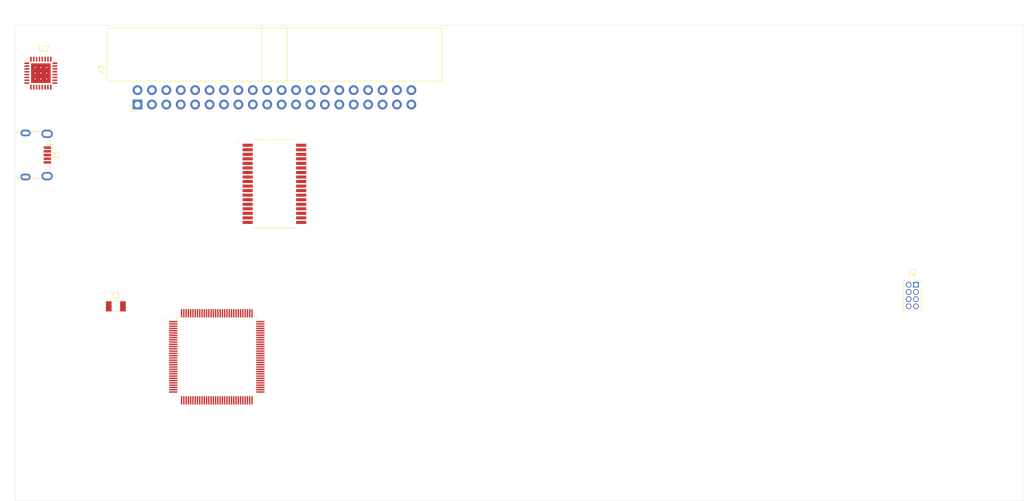
<source format=kicad_pcb>
(kicad_pcb (version 20171130) (host pcbnew 5.1.5)

  (general
    (thickness 1.6)
    (drawings 5)
    (tracks 0)
    (zones 0)
    (modules 7)
    (nets 212)
  )

  (page A4)
  (layers
    (0 F.Cu signal)
    (31 B.Cu signal)
    (32 B.Adhes user)
    (33 F.Adhes user)
    (34 B.Paste user)
    (35 F.Paste user)
    (36 B.SilkS user)
    (37 F.SilkS user)
    (38 B.Mask user)
    (39 F.Mask user)
    (40 Dwgs.User user)
    (41 Cmts.User user)
    (42 Eco1.User user)
    (43 Eco2.User user)
    (44 Edge.Cuts user)
    (45 Margin user)
    (46 B.CrtYd user)
    (47 F.CrtYd user)
    (48 B.Fab user)
    (49 F.Fab user)
  )

  (setup
    (last_trace_width 0.25)
    (trace_clearance 0.2)
    (zone_clearance 0.508)
    (zone_45_only no)
    (trace_min 0.2)
    (via_size 0.8)
    (via_drill 0.4)
    (via_min_size 0.4)
    (via_min_drill 0.3)
    (uvia_size 0.3)
    (uvia_drill 0.1)
    (uvias_allowed no)
    (uvia_min_size 0.2)
    (uvia_min_drill 0.1)
    (edge_width 0.05)
    (segment_width 0.2)
    (pcb_text_width 0.3)
    (pcb_text_size 1.5 1.5)
    (mod_edge_width 0.12)
    (mod_text_size 1 1)
    (mod_text_width 0.15)
    (pad_size 1.524 1.524)
    (pad_drill 0.762)
    (pad_to_mask_clearance 0.051)
    (solder_mask_min_width 0.25)
    (aux_axis_origin 0 0)
    (visible_elements FFFFFF7F)
    (pcbplotparams
      (layerselection 0x010fc_ffffffff)
      (usegerberextensions false)
      (usegerberattributes false)
      (usegerberadvancedattributes false)
      (creategerberjobfile false)
      (excludeedgelayer true)
      (linewidth 0.100000)
      (plotframeref false)
      (viasonmask false)
      (mode 1)
      (useauxorigin false)
      (hpglpennumber 1)
      (hpglpenspeed 20)
      (hpglpendiameter 15.000000)
      (psnegative false)
      (psa4output false)
      (plotreference true)
      (plotvalue true)
      (plotinvisibletext false)
      (padsonsilk false)
      (subtractmaskfromsilk false)
      (outputformat 1)
      (mirror false)
      (drillshape 1)
      (scaleselection 1)
      (outputdirectory ""))
  )

  (net 0 "")
  (net 1 "Net-(J1-Pad6)")
  (net 2 "Net-(J1-Pad5)")
  (net 3 "Net-(J1-Pad4)")
  (net 4 "Net-(J1-Pad1)")
  (net 5 "Net-(J2-Pad8)")
  (net 6 "Net-(J2-Pad7)")
  (net 7 "Net-(J2-Pad6)")
  (net 8 "Net-(J2-Pad3)")
  (net 9 "Net-(J2-Pad4)")
  (net 10 "Net-(J2-Pad2)")
  (net 11 "Net-(J2-Pad1)")
  (net 12 "Net-(J3-Pad40)")
  (net 13 "Net-(J3-Pad39)")
  (net 14 "Net-(J3-Pad38)")
  (net 15 /g_SCREEN_INTF/D23)
  (net 16 /g_SCREEN_INTF/D22)
  (net 17 /g_SCREEN_INTF/D21)
  (net 18 /g_SCREEN_INTF/D20)
  (net 19 /g_SCREEN_INTF/D19)
  (net 20 /g_SCREEN_INTF/D18)
  (net 21 /g_SCREEN_INTF/D17)
  (net 22 /g_SCREEN_INTF/D16)
  (net 23 /g_SCREEN_INTF/D15)
  (net 24 /g_SCREEN_INTF/D14)
  (net 25 /g_SCREEN_INTF/D13)
  (net 26 /g_SCREEN_INTF/D12)
  (net 27 /g_SCREEN_INTF/D11)
  (net 28 /g_SCREEN_INTF/D10)
  (net 29 /g_SCREEN_INTF/D9)
  (net 30 /g_SCREEN_INTF/D8)
  (net 31 /g_SCREEN_INTF/D7)
  (net 32 /g_SCREEN_INTF/D6)
  (net 33 /g_SCREEN_INTF/D5)
  (net 34 /g_SCREEN_INTF/D4)
  (net 35 /g_SCREEN_INTF/D3)
  (net 36 /g_SCREEN_INTF/D2)
  (net 37 /g_SCREEN_INTF/D1)
  (net 38 /g_SCREEN_INTF/D0)
  (net 39 "Net-(J3-Pad6)")
  (net 40 "Net-(U1-Pad95)")
  (net 41 "Net-(U1-Pad94)")
  (net 42 "Net-(U1-Pad93)")
  (net 43 "Net-(U1-Pad92)")
  (net 44 "Net-(U1-Pad91)")
  (net 45 "Net-(U1-Pad89)")
  (net 46 "Net-(U1-Pad88)")
  (net 47 "Net-(U1-Pad87)")
  (net 48 "Net-(U1-Pad86)")
  (net 49 "Net-(U1-Pad85)")
  (net 50 "Net-(U1-Pad84)")
  (net 51 "Net-(U1-Pad83)")
  (net 52 "Net-(U1-Pad82)")
  (net 53 "Net-(U1-Pad81)")
  (net 54 "Net-(U1-Pad80)")
  (net 55 "Net-(U1-Pad79)")
  (net 56 "Net-(U1-Pad77)")
  (net 57 "Net-(U1-Pad76)")
  (net 58 "Net-(U1-Pad75)")
  (net 59 "Net-(U1-Pad74)")
  (net 60 "Net-(U1-Pad73)")
  (net 61 "Net-(U1-Pad72)")
  (net 62 "Net-(U1-Pad71)")
  (net 63 "Net-(U1-Pad70)")
  (net 64 "Net-(U1-Pad69)")
  (net 65 "Net-(U1-Pad68)")
  (net 66 "Net-(U1-Pad67)")
  (net 67 "Net-(U1-Pad66)")
  (net 68 "Net-(U1-Pad65)")
  (net 69 "Net-(U1-Pad32)")
  (net 70 "Net-(U1-Pad30)")
  (net 71 "Net-(U1-Pad29)")
  (net 72 "Net-(U1-Pad28)")
  (net 73 "Net-(U1-Pad27)")
  (net 74 "Net-(U1-Pad26)")
  (net 75 "Net-(U1-Pad25)")
  (net 76 "Net-(U1-Pad24)")
  (net 77 "Net-(U1-Pad23)")
  (net 78 "Net-(U1-Pad22)")
  (net 79 "Net-(U1-Pad21)")
  (net 80 "Net-(U1-Pad20)")
  (net 81 "Net-(U1-Pad19)")
  (net 82 "Net-(U1-Pad18)")
  (net 83 "Net-(U1-Pad17)")
  (net 84 "Net-(U1-Pad16)")
  (net 85 "Net-(U1-Pad15)")
  (net 86 "Net-(U1-Pad14)")
  (net 87 "Net-(U1-Pad13)")
  (net 88 "Net-(U1-Pad12)")
  (net 89 "Net-(U1-Pad11)")
  (net 90 "Net-(U1-Pad10)")
  (net 91 "Net-(U1-Pad9)")
  (net 92 "Net-(U1-Pad8)")
  (net 93 "Net-(U1-Pad7)")
  (net 94 "Net-(U1-Pad6)")
  (net 95 "Net-(U1-Pad5)")
  (net 96 "Net-(U1-Pad4)")
  (net 97 "Net-(U1-Pad3)")
  (net 98 "Net-(C1-Pad2)")
  (net 99 "Net-(U1-Pad127)")
  (net 100 "Net-(U1-Pad126)")
  (net 101 "Net-(U1-Pad125)")
  (net 102 "Net-(U1-Pad124)")
  (net 103 "Net-(U1-Pad123)")
  (net 104 "Net-(U1-Pad122)")
  (net 105 "Net-(U1-Pad121)")
  (net 106 "Net-(U1-Pad120)")
  (net 107 "Net-(U1-Pad119)")
  (net 108 "Net-(U1-Pad118)")
  (net 109 "Net-(U1-Pad117)")
  (net 110 "Net-(U1-Pad116)")
  (net 111 "Net-(U1-Pad115)")
  (net 112 "Net-(U1-Pad114)")
  (net 113 "Net-(U1-Pad113)")
  (net 114 "Net-(U1-Pad112)")
  (net 115 "Net-(U1-Pad111)")
  (net 116 "Net-(U1-Pad110)")
  (net 117 "Net-(U1-Pad109)")
  (net 118 "Net-(U1-Pad108)")
  (net 119 "Net-(U1-Pad107)")
  (net 120 "Net-(U1-Pad105)")
  (net 121 "Net-(U1-Pad104)")
  (net 122 "Net-(U1-Pad103)")
  (net 123 "Net-(U1-Pad102)")
  (net 124 "Net-(U1-Pad101)")
  (net 125 "Net-(U1-Pad100)")
  (net 126 "Net-(U1-Pad99)")
  (net 127 "Net-(U1-Pad98)")
  (net 128 "Net-(U1-Pad97)")
  (net 129 "Net-(U1-Pad61)")
  (net 130 "Net-(U1-Pad60)")
  (net 131 "Net-(U1-Pad59)")
  (net 132 "Net-(U1-Pad58)")
  (net 133 "Net-(U1-Pad57)")
  (net 134 "Net-(U1-Pad56)")
  (net 135 "Net-(U1-Pad55)")
  (net 136 "Net-(U1-Pad54)")
  (net 137 "Net-(U1-Pad52)")
  (net 138 "Net-(U1-Pad51)")
  (net 139 "Net-(U1-Pad50)")
  (net 140 "Net-(U1-Pad49)")
  (net 141 "Net-(U1-Pad48)")
  (net 142 "Net-(U1-Pad47)")
  (net 143 "Net-(U1-Pad46)")
  (net 144 "Net-(U1-Pad44)")
  (net 145 "Net-(U1-Pad43)")
  (net 146 "Net-(U1-Pad42)")
  (net 147 "Net-(U1-Pad41)")
  (net 148 "Net-(U1-Pad40)")
  (net 149 "Net-(U1-Pad39)")
  (net 150 "Net-(U1-Pad37)")
  (net 151 "Net-(U1-Pad36)")
  (net 152 "Net-(U1-Pad35)")
  (net 153 "Net-(U1-Pad34)")
  (net 154 "Net-(U1-Pad33)")
  (net 155 "Net-(U2-Pad32)")
  (net 156 "Net-(U2-Pad31)")
  (net 157 "Net-(U2-Pad29)")
  (net 158 "Net-(U2-Pad28)")
  (net 159 "Net-(U2-Pad27)")
  (net 160 "Net-(U2-Pad26)")
  (net 161 "Net-(U2-Pad24)")
  (net 162 "Net-(U2-Pad23)")
  (net 163 "Net-(U2-Pad22)")
  (net 164 "Net-(U2-Pad21)")
  (net 165 "Net-(U2-Pad20)")
  (net 166 "Net-(U2-Pad1)")
  (net 167 "Net-(U2-Pad18)")
  (net 168 "Net-(U2-Pad16)")
  (net 169 "Net-(U2-Pad13)")
  (net 170 "Net-(U2-Pad12)")
  (net 171 "Net-(U2-Pad11)")
  (net 172 "Net-(U2-Pad10)")
  (net 173 "Net-(U2-Pad8)")
  (net 174 "Net-(U2-Pad7)")
  (net 175 "Net-(U2-Pad6)")
  (net 176 "Net-(U2-Pad5)")
  (net 177 "Net-(U2-Pad4)")
  (net 178 "Net-(U2-Pad3)")
  (net 179 "Net-(U2-Pad33)")
  (net 180 "Net-(U2-Pad9)")
  (net 181 "Net-(U2-Pad17)")
  (net 182 "Net-(U2-Pad25)")
  (net 183 g_3v3)
  (net 184 "Net-(U3-Pad32)")
  (net 185 "Net-(U3-Pad31)")
  (net 186 "Net-(U3-Pad30)")
  (net 187 "Net-(U3-Pad29)")
  (net 188 GND)
  (net 189 "Net-(R1-Pad1)")
  (net 190 /s_USB_INTF.sch/USB_D+)
  (net 191 /s_USB_INTF.sch/USB_D-)
  (net 192 /g_SCREEN_INTF/TFT_STB)
  (net 193 /g_SCREEN_INTF/TFT_TE)
  (net 194 /g_SCREEN_INTF/~TFT_RD)
  (net 195 /g_SCREEN_INTF/~TFT_WR)
  (net 196 /g_SCREEN_INTF/~TFT_CS)
  (net 197 /g_SCREEN_INTF/TFT_RSDC)
  (net 198 /g_SCREEN_INTF/~TFT_RST)
  (net 199 /g_SCREEN_INTF/TFT_TOUCH_INT)
  (net 200 /g_SCREEN_INTF/TFT_TOUCH_SDA)
  (net 201 /g_SCREEN_INTF/TFT_TOUCH_SCL)
  (net 202 "Net-(C2-Pad1)")
  (net 203 "Net-(C5-Pad2)")
  (net 204 "Net-(C4-Pad2)")
  (net 205 /DEBUG_RX)
  (net 206 "Net-(U2-Pad19)")
  (net 207 /DEBUG_TX)
  (net 208 /g_SCREEN_INTF/~IO_EXPANDER_CS)
  (net 209 /g_SCREEN_INTF/MASTER_SPI_MOSI)
  (net 210 /g_SCREEN_INTF/MASTER_SPI_CLK)
  (net 211 /g_SCREEN_INTF/MASTER_SPI_MISO)

  (net_class Default "This is the default net class."
    (clearance 0.2)
    (trace_width 0.25)
    (via_dia 0.8)
    (via_drill 0.4)
    (uvia_dia 0.3)
    (uvia_drill 0.1)
    (add_net /DEBUG_RX)
    (add_net /DEBUG_TX)
    (add_net /g_SCREEN_INTF/D0)
    (add_net /g_SCREEN_INTF/D1)
    (add_net /g_SCREEN_INTF/D10)
    (add_net /g_SCREEN_INTF/D11)
    (add_net /g_SCREEN_INTF/D12)
    (add_net /g_SCREEN_INTF/D13)
    (add_net /g_SCREEN_INTF/D14)
    (add_net /g_SCREEN_INTF/D15)
    (add_net /g_SCREEN_INTF/D16)
    (add_net /g_SCREEN_INTF/D17)
    (add_net /g_SCREEN_INTF/D18)
    (add_net /g_SCREEN_INTF/D19)
    (add_net /g_SCREEN_INTF/D2)
    (add_net /g_SCREEN_INTF/D20)
    (add_net /g_SCREEN_INTF/D21)
    (add_net /g_SCREEN_INTF/D22)
    (add_net /g_SCREEN_INTF/D23)
    (add_net /g_SCREEN_INTF/D3)
    (add_net /g_SCREEN_INTF/D4)
    (add_net /g_SCREEN_INTF/D5)
    (add_net /g_SCREEN_INTF/D6)
    (add_net /g_SCREEN_INTF/D7)
    (add_net /g_SCREEN_INTF/D8)
    (add_net /g_SCREEN_INTF/D9)
    (add_net /g_SCREEN_INTF/MASTER_SPI_CLK)
    (add_net /g_SCREEN_INTF/MASTER_SPI_MISO)
    (add_net /g_SCREEN_INTF/MASTER_SPI_MOSI)
    (add_net /g_SCREEN_INTF/TFT_RSDC)
    (add_net /g_SCREEN_INTF/TFT_STB)
    (add_net /g_SCREEN_INTF/TFT_TE)
    (add_net /g_SCREEN_INTF/TFT_TOUCH_INT)
    (add_net /g_SCREEN_INTF/TFT_TOUCH_SCL)
    (add_net /g_SCREEN_INTF/TFT_TOUCH_SDA)
    (add_net /g_SCREEN_INTF/~IO_EXPANDER_CS)
    (add_net /g_SCREEN_INTF/~TFT_CS)
    (add_net /g_SCREEN_INTF/~TFT_RD)
    (add_net /g_SCREEN_INTF/~TFT_RST)
    (add_net /g_SCREEN_INTF/~TFT_WR)
    (add_net /s_USB_INTF.sch/USB_D+)
    (add_net /s_USB_INTF.sch/USB_D-)
    (add_net GND)
    (add_net "Net-(C1-Pad2)")
    (add_net "Net-(C2-Pad1)")
    (add_net "Net-(C4-Pad2)")
    (add_net "Net-(C5-Pad2)")
    (add_net "Net-(J1-Pad1)")
    (add_net "Net-(J1-Pad4)")
    (add_net "Net-(J1-Pad5)")
    (add_net "Net-(J1-Pad6)")
    (add_net "Net-(J2-Pad1)")
    (add_net "Net-(J2-Pad2)")
    (add_net "Net-(J2-Pad3)")
    (add_net "Net-(J2-Pad4)")
    (add_net "Net-(J2-Pad6)")
    (add_net "Net-(J2-Pad7)")
    (add_net "Net-(J2-Pad8)")
    (add_net "Net-(J3-Pad38)")
    (add_net "Net-(J3-Pad39)")
    (add_net "Net-(J3-Pad40)")
    (add_net "Net-(J3-Pad6)")
    (add_net "Net-(R1-Pad1)")
    (add_net "Net-(U1-Pad10)")
    (add_net "Net-(U1-Pad100)")
    (add_net "Net-(U1-Pad101)")
    (add_net "Net-(U1-Pad102)")
    (add_net "Net-(U1-Pad103)")
    (add_net "Net-(U1-Pad104)")
    (add_net "Net-(U1-Pad105)")
    (add_net "Net-(U1-Pad107)")
    (add_net "Net-(U1-Pad108)")
    (add_net "Net-(U1-Pad109)")
    (add_net "Net-(U1-Pad11)")
    (add_net "Net-(U1-Pad110)")
    (add_net "Net-(U1-Pad111)")
    (add_net "Net-(U1-Pad112)")
    (add_net "Net-(U1-Pad113)")
    (add_net "Net-(U1-Pad114)")
    (add_net "Net-(U1-Pad115)")
    (add_net "Net-(U1-Pad116)")
    (add_net "Net-(U1-Pad117)")
    (add_net "Net-(U1-Pad118)")
    (add_net "Net-(U1-Pad119)")
    (add_net "Net-(U1-Pad12)")
    (add_net "Net-(U1-Pad120)")
    (add_net "Net-(U1-Pad121)")
    (add_net "Net-(U1-Pad122)")
    (add_net "Net-(U1-Pad123)")
    (add_net "Net-(U1-Pad124)")
    (add_net "Net-(U1-Pad125)")
    (add_net "Net-(U1-Pad126)")
    (add_net "Net-(U1-Pad127)")
    (add_net "Net-(U1-Pad13)")
    (add_net "Net-(U1-Pad14)")
    (add_net "Net-(U1-Pad15)")
    (add_net "Net-(U1-Pad16)")
    (add_net "Net-(U1-Pad17)")
    (add_net "Net-(U1-Pad18)")
    (add_net "Net-(U1-Pad19)")
    (add_net "Net-(U1-Pad20)")
    (add_net "Net-(U1-Pad21)")
    (add_net "Net-(U1-Pad22)")
    (add_net "Net-(U1-Pad23)")
    (add_net "Net-(U1-Pad24)")
    (add_net "Net-(U1-Pad25)")
    (add_net "Net-(U1-Pad26)")
    (add_net "Net-(U1-Pad27)")
    (add_net "Net-(U1-Pad28)")
    (add_net "Net-(U1-Pad29)")
    (add_net "Net-(U1-Pad3)")
    (add_net "Net-(U1-Pad30)")
    (add_net "Net-(U1-Pad32)")
    (add_net "Net-(U1-Pad33)")
    (add_net "Net-(U1-Pad34)")
    (add_net "Net-(U1-Pad35)")
    (add_net "Net-(U1-Pad36)")
    (add_net "Net-(U1-Pad37)")
    (add_net "Net-(U1-Pad39)")
    (add_net "Net-(U1-Pad4)")
    (add_net "Net-(U1-Pad40)")
    (add_net "Net-(U1-Pad41)")
    (add_net "Net-(U1-Pad42)")
    (add_net "Net-(U1-Pad43)")
    (add_net "Net-(U1-Pad44)")
    (add_net "Net-(U1-Pad46)")
    (add_net "Net-(U1-Pad47)")
    (add_net "Net-(U1-Pad48)")
    (add_net "Net-(U1-Pad49)")
    (add_net "Net-(U1-Pad5)")
    (add_net "Net-(U1-Pad50)")
    (add_net "Net-(U1-Pad51)")
    (add_net "Net-(U1-Pad52)")
    (add_net "Net-(U1-Pad54)")
    (add_net "Net-(U1-Pad55)")
    (add_net "Net-(U1-Pad56)")
    (add_net "Net-(U1-Pad57)")
    (add_net "Net-(U1-Pad58)")
    (add_net "Net-(U1-Pad59)")
    (add_net "Net-(U1-Pad6)")
    (add_net "Net-(U1-Pad60)")
    (add_net "Net-(U1-Pad61)")
    (add_net "Net-(U1-Pad65)")
    (add_net "Net-(U1-Pad66)")
    (add_net "Net-(U1-Pad67)")
    (add_net "Net-(U1-Pad68)")
    (add_net "Net-(U1-Pad69)")
    (add_net "Net-(U1-Pad7)")
    (add_net "Net-(U1-Pad70)")
    (add_net "Net-(U1-Pad71)")
    (add_net "Net-(U1-Pad72)")
    (add_net "Net-(U1-Pad73)")
    (add_net "Net-(U1-Pad74)")
    (add_net "Net-(U1-Pad75)")
    (add_net "Net-(U1-Pad76)")
    (add_net "Net-(U1-Pad77)")
    (add_net "Net-(U1-Pad79)")
    (add_net "Net-(U1-Pad8)")
    (add_net "Net-(U1-Pad80)")
    (add_net "Net-(U1-Pad81)")
    (add_net "Net-(U1-Pad82)")
    (add_net "Net-(U1-Pad83)")
    (add_net "Net-(U1-Pad84)")
    (add_net "Net-(U1-Pad85)")
    (add_net "Net-(U1-Pad86)")
    (add_net "Net-(U1-Pad87)")
    (add_net "Net-(U1-Pad88)")
    (add_net "Net-(U1-Pad89)")
    (add_net "Net-(U1-Pad9)")
    (add_net "Net-(U1-Pad91)")
    (add_net "Net-(U1-Pad92)")
    (add_net "Net-(U1-Pad93)")
    (add_net "Net-(U1-Pad94)")
    (add_net "Net-(U1-Pad95)")
    (add_net "Net-(U1-Pad97)")
    (add_net "Net-(U1-Pad98)")
    (add_net "Net-(U1-Pad99)")
    (add_net "Net-(U2-Pad1)")
    (add_net "Net-(U2-Pad10)")
    (add_net "Net-(U2-Pad11)")
    (add_net "Net-(U2-Pad12)")
    (add_net "Net-(U2-Pad13)")
    (add_net "Net-(U2-Pad16)")
    (add_net "Net-(U2-Pad17)")
    (add_net "Net-(U2-Pad18)")
    (add_net "Net-(U2-Pad19)")
    (add_net "Net-(U2-Pad20)")
    (add_net "Net-(U2-Pad21)")
    (add_net "Net-(U2-Pad22)")
    (add_net "Net-(U2-Pad23)")
    (add_net "Net-(U2-Pad24)")
    (add_net "Net-(U2-Pad25)")
    (add_net "Net-(U2-Pad26)")
    (add_net "Net-(U2-Pad27)")
    (add_net "Net-(U2-Pad28)")
    (add_net "Net-(U2-Pad29)")
    (add_net "Net-(U2-Pad3)")
    (add_net "Net-(U2-Pad31)")
    (add_net "Net-(U2-Pad32)")
    (add_net "Net-(U2-Pad33)")
    (add_net "Net-(U2-Pad4)")
    (add_net "Net-(U2-Pad5)")
    (add_net "Net-(U2-Pad6)")
    (add_net "Net-(U2-Pad7)")
    (add_net "Net-(U2-Pad8)")
    (add_net "Net-(U2-Pad9)")
    (add_net "Net-(U3-Pad29)")
    (add_net "Net-(U3-Pad30)")
    (add_net "Net-(U3-Pad31)")
    (add_net "Net-(U3-Pad32)")
    (add_net g_3v3)
  )

  (module Connector_PinSocket_1.27mm:PinSocket_2x04_P1.27mm_Vertical (layer F.Cu) (tedit 5A19A431) (tstamp 5E75429F)
    (at 209.55 96.52)
    (descr "Through hole straight socket strip, 2x04, 1.27mm pitch, double cols (from Kicad 4.0.7), script generated")
    (tags "Through hole socket strip THT 2x04 1.27mm double row")
    (path /5E805E4F/5EA1E350)
    (fp_text reference J2 (at -0.635 -2.135) (layer F.SilkS)
      (effects (font (size 1 1) (thickness 0.15)))
    )
    (fp_text value Conn_ARM_JTAG_SWD_10 (at -0.635 5.945) (layer F.Fab)
      (effects (font (size 1 1) (thickness 0.15)))
    )
    (fp_text user %R (at -0.635 1.905 90) (layer F.Fab)
      (effects (font (size 1 1) (thickness 0.15)))
    )
    (fp_line (start -2.67 4.95) (end -2.67 -1.15) (layer F.CrtYd) (width 0.05))
    (fp_line (start 1.38 4.95) (end -2.67 4.95) (layer F.CrtYd) (width 0.05))
    (fp_line (start 1.38 -1.15) (end 1.38 4.95) (layer F.CrtYd) (width 0.05))
    (fp_line (start -2.67 -1.15) (end 1.38 -1.15) (layer F.CrtYd) (width 0.05))
    (fp_line (start 0 -0.76) (end 0.95 -0.76) (layer F.SilkS) (width 0.12))
    (fp_line (start 0.95 -0.76) (end 0.95 0) (layer F.SilkS) (width 0.12))
    (fp_line (start 0.76 0.635) (end 0.95 0.635) (layer F.SilkS) (width 0.12))
    (fp_line (start 0.95 0.635) (end 0.95 4.505) (layer F.SilkS) (width 0.12))
    (fp_line (start -0.96247 4.505) (end -0.30753 4.505) (layer F.SilkS) (width 0.12))
    (fp_line (start -2.22 4.505) (end -1.57753 4.505) (layer F.SilkS) (width 0.12))
    (fp_line (start 0.30753 4.505) (end 0.95 4.505) (layer F.SilkS) (width 0.12))
    (fp_line (start -2.22 -0.695) (end -2.22 4.505) (layer F.SilkS) (width 0.12))
    (fp_line (start -0.96247 -0.695) (end -0.76 -0.695) (layer F.SilkS) (width 0.12))
    (fp_line (start -2.22 -0.695) (end -1.57753 -0.695) (layer F.SilkS) (width 0.12))
    (fp_line (start -2.16 4.445) (end -2.16 -0.635) (layer F.Fab) (width 0.1))
    (fp_line (start 0.89 4.445) (end -2.16 4.445) (layer F.Fab) (width 0.1))
    (fp_line (start 0.89 0.1275) (end 0.89 4.445) (layer F.Fab) (width 0.1))
    (fp_line (start 0.1275 -0.635) (end 0.89 0.1275) (layer F.Fab) (width 0.1))
    (fp_line (start -2.16 -0.635) (end 0.1275 -0.635) (layer F.Fab) (width 0.1))
    (pad 8 thru_hole oval (at -1.27 3.81) (size 1 1) (drill 0.7) (layers *.Cu *.Mask)
      (net 5 "Net-(J2-Pad8)"))
    (pad 7 thru_hole oval (at 0 3.81) (size 1 1) (drill 0.7) (layers *.Cu *.Mask)
      (net 6 "Net-(J2-Pad7)"))
    (pad 6 thru_hole oval (at -1.27 2.54) (size 1 1) (drill 0.7) (layers *.Cu *.Mask)
      (net 7 "Net-(J2-Pad6)"))
    (pad 5 thru_hole oval (at 0 2.54) (size 1 1) (drill 0.7) (layers *.Cu *.Mask)
      (net 8 "Net-(J2-Pad3)"))
    (pad 4 thru_hole oval (at -1.27 1.27) (size 1 1) (drill 0.7) (layers *.Cu *.Mask)
      (net 9 "Net-(J2-Pad4)"))
    (pad 3 thru_hole oval (at 0 1.27) (size 1 1) (drill 0.7) (layers *.Cu *.Mask)
      (net 8 "Net-(J2-Pad3)"))
    (pad 2 thru_hole oval (at -1.27 0) (size 1 1) (drill 0.7) (layers *.Cu *.Mask)
      (net 10 "Net-(J2-Pad2)"))
    (pad 1 thru_hole rect (at 0 0) (size 1 1) (drill 0.7) (layers *.Cu *.Mask)
      (net 11 "Net-(J2-Pad1)"))
    (model ${KISYS3DMOD}/Connector_PinSocket_1.27mm.3dshapes/PinSocket_2x04_P1.27mm_Vertical.wrl
      (at (xyz 0 0 0))
      (scale (xyz 1 1 1))
      (rotate (xyz 0 0 0))
    )
  )

  (module Crystal:Crystal_SMD_3215-2Pin_3.2x1.5mm (layer F.Cu) (tedit 5A0FD1B2) (tstamp 5E752FF8)
    (at 68.58 100.33)
    (descr "SMD Crystal FC-135 https://support.epson.biz/td/api/doc_check.php?dl=brief_FC-135R_en.pdf")
    (tags "SMD SMT Crystal")
    (path /5E805E4F/5E75D825)
    (attr smd)
    (fp_text reference Y1 (at 0 -2) (layer F.SilkS)
      (effects (font (size 1 1) (thickness 0.15)))
    )
    (fp_text value XOSC32 (at 0 2) (layer F.Fab)
      (effects (font (size 1 1) (thickness 0.15)))
    )
    (fp_line (start 2 -1.15) (end 2 1.15) (layer F.CrtYd) (width 0.05))
    (fp_line (start -2 -1.15) (end -2 1.15) (layer F.CrtYd) (width 0.05))
    (fp_line (start -2 1.15) (end 2 1.15) (layer F.CrtYd) (width 0.05))
    (fp_line (start -1.6 0.75) (end 1.6 0.75) (layer F.Fab) (width 0.1))
    (fp_line (start -1.6 -0.75) (end 1.6 -0.75) (layer F.Fab) (width 0.1))
    (fp_line (start 1.6 -0.75) (end 1.6 0.75) (layer F.Fab) (width 0.1))
    (fp_line (start -0.675 -0.875) (end 0.675 -0.875) (layer F.SilkS) (width 0.12))
    (fp_line (start -0.675 0.875) (end 0.675 0.875) (layer F.SilkS) (width 0.12))
    (fp_line (start -1.6 -0.75) (end -1.6 0.75) (layer F.Fab) (width 0.1))
    (fp_line (start -2 -1.15) (end 2 -1.15) (layer F.CrtYd) (width 0.05))
    (fp_text user %R (at 0 -2) (layer F.Fab)
      (effects (font (size 1 1) (thickness 0.15)))
    )
    (pad 2 smd rect (at -1.25 0) (size 1 1.8) (layers F.Cu F.Paste F.Mask)
      (net 98 "Net-(C1-Pad2)"))
    (pad 1 smd rect (at 1.25 0) (size 1 1.8) (layers F.Cu F.Paste F.Mask)
      (net 202 "Net-(C2-Pad1)"))
    (model ${KISYS3DMOD}/Crystal.3dshapes/Crystal_SMD_3215-2Pin_3.2x1.5mm.wrl
      (at (xyz 0 0 0))
      (scale (xyz 1 1 1))
      (rotate (xyz 0 0 0))
    )
  )

  (module proj_modules:SOP80P1030X264-36N (layer F.Cu) (tedit 5E702418) (tstamp 5E752FE7)
    (at 96.52 78.74)
    (path /5E8589A7/5E86D6D7)
    (fp_text reference U3 (at -2.415 -8.587) (layer F.SilkS)
      (effects (font (size 1 1) (thickness 0.015)))
    )
    (fp_text value MAX7301AAX+ (at 5.84 8.587) (layer F.Fab)
      (effects (font (size 1 1) (thickness 0.015)))
    )
    (fp_line (start 5.865 -8.025) (end 5.865 8.025) (layer F.CrtYd) (width 0.05))
    (fp_line (start -5.865 -8.025) (end -5.865 8.025) (layer F.CrtYd) (width 0.05))
    (fp_line (start -5.865 8.025) (end 5.865 8.025) (layer F.CrtYd) (width 0.05))
    (fp_line (start -5.865 -8.025) (end 5.865 -8.025) (layer F.CrtYd) (width 0.05))
    (fp_line (start 3.8 -7.775) (end 3.8 7.775) (layer F.Fab) (width 0.127))
    (fp_line (start -3.8 -7.775) (end -3.8 7.775) (layer F.Fab) (width 0.127))
    (fp_line (start -3.8 7.775) (end 3.8 7.775) (layer F.SilkS) (width 0.127))
    (fp_line (start -3.8 -7.775) (end 3.8 -7.775) (layer F.SilkS) (width 0.127))
    (fp_line (start -3.8 7.775) (end 3.8 7.775) (layer F.Fab) (width 0.127))
    (fp_line (start -3.8 -7.775) (end 3.8 -7.775) (layer F.Fab) (width 0.127))
    (fp_circle (center -6.51 -7.34) (end -6.41 -7.34) (layer F.Fab) (width 0.2))
    (fp_circle (center -6.51 -7.34) (end -6.41 -7.34) (layer F.SilkS) (width 0.2))
    (pad 36 smd rect (at 4.72 -6.8) (size 1.79 0.54) (layers F.Cu F.Paste F.Mask)
      (net 183 g_3v3))
    (pad 35 smd rect (at 4.72 -6) (size 1.79 0.54) (layers F.Cu F.Paste F.Mask)
      (net 208 /g_SCREEN_INTF/~IO_EXPANDER_CS))
    (pad 34 smd rect (at 4.72 -5.2) (size 1.79 0.54) (layers F.Cu F.Paste F.Mask)
      (net 209 /g_SCREEN_INTF/MASTER_SPI_MOSI))
    (pad 33 smd rect (at 4.72 -4.4) (size 1.79 0.54) (layers F.Cu F.Paste F.Mask)
      (net 210 /g_SCREEN_INTF/MASTER_SPI_CLK))
    (pad 32 smd rect (at 4.72 -3.6) (size 1.79 0.54) (layers F.Cu F.Paste F.Mask)
      (net 184 "Net-(U3-Pad32)"))
    (pad 31 smd rect (at 4.72 -2.8) (size 1.79 0.54) (layers F.Cu F.Paste F.Mask)
      (net 185 "Net-(U3-Pad31)"))
    (pad 30 smd rect (at 4.72 -2) (size 1.79 0.54) (layers F.Cu F.Paste F.Mask)
      (net 186 "Net-(U3-Pad30)"))
    (pad 29 smd rect (at 4.72 -1.2) (size 1.79 0.54) (layers F.Cu F.Paste F.Mask)
      (net 187 "Net-(U3-Pad29)"))
    (pad 28 smd rect (at 4.72 -0.4) (size 1.79 0.54) (layers F.Cu F.Paste F.Mask)
      (net 15 /g_SCREEN_INTF/D23))
    (pad 27 smd rect (at 4.72 0.4) (size 1.79 0.54) (layers F.Cu F.Paste F.Mask)
      (net 16 /g_SCREEN_INTF/D22))
    (pad 26 smd rect (at 4.72 1.2) (size 1.79 0.54) (layers F.Cu F.Paste F.Mask)
      (net 17 /g_SCREEN_INTF/D21))
    (pad 25 smd rect (at 4.72 2) (size 1.79 0.54) (layers F.Cu F.Paste F.Mask)
      (net 18 /g_SCREEN_INTF/D20))
    (pad 24 smd rect (at 4.72 2.8) (size 1.79 0.54) (layers F.Cu F.Paste F.Mask)
      (net 19 /g_SCREEN_INTF/D19))
    (pad 23 smd rect (at 4.72 3.6) (size 1.79 0.54) (layers F.Cu F.Paste F.Mask)
      (net 20 /g_SCREEN_INTF/D18))
    (pad 22 smd rect (at 4.72 4.4) (size 1.79 0.54) (layers F.Cu F.Paste F.Mask)
      (net 21 /g_SCREEN_INTF/D17))
    (pad 21 smd rect (at 4.72 5.2) (size 1.79 0.54) (layers F.Cu F.Paste F.Mask)
      (net 22 /g_SCREEN_INTF/D16))
    (pad 20 smd rect (at 4.72 6) (size 1.79 0.54) (layers F.Cu F.Paste F.Mask)
      (net 23 /g_SCREEN_INTF/D15))
    (pad 19 smd rect (at 4.72 6.8) (size 1.79 0.54) (layers F.Cu F.Paste F.Mask)
      (net 24 /g_SCREEN_INTF/D14))
    (pad 18 smd rect (at -4.72 6.8) (size 1.79 0.54) (layers F.Cu F.Paste F.Mask)
      (net 25 /g_SCREEN_INTF/D13))
    (pad 17 smd rect (at -4.72 6) (size 1.79 0.54) (layers F.Cu F.Paste F.Mask)
      (net 26 /g_SCREEN_INTF/D12))
    (pad 16 smd rect (at -4.72 5.2) (size 1.79 0.54) (layers F.Cu F.Paste F.Mask)
      (net 27 /g_SCREEN_INTF/D11))
    (pad 15 smd rect (at -4.72 4.4) (size 1.79 0.54) (layers F.Cu F.Paste F.Mask)
      (net 28 /g_SCREEN_INTF/D10))
    (pad 14 smd rect (at -4.72 3.6) (size 1.79 0.54) (layers F.Cu F.Paste F.Mask)
      (net 29 /g_SCREEN_INTF/D9))
    (pad 13 smd rect (at -4.72 2.8) (size 1.79 0.54) (layers F.Cu F.Paste F.Mask)
      (net 30 /g_SCREEN_INTF/D8))
    (pad 12 smd rect (at -4.72 2) (size 1.79 0.54) (layers F.Cu F.Paste F.Mask)
      (net 31 /g_SCREEN_INTF/D7))
    (pad 11 smd rect (at -4.72 1.2) (size 1.79 0.54) (layers F.Cu F.Paste F.Mask)
      (net 32 /g_SCREEN_INTF/D6))
    (pad 10 smd rect (at -4.72 0.4) (size 1.79 0.54) (layers F.Cu F.Paste F.Mask)
      (net 33 /g_SCREEN_INTF/D5))
    (pad 9 smd rect (at -4.72 -0.4) (size 1.79 0.54) (layers F.Cu F.Paste F.Mask)
      (net 34 /g_SCREEN_INTF/D4))
    (pad 8 smd rect (at -4.72 -1.2) (size 1.79 0.54) (layers F.Cu F.Paste F.Mask)
      (net 35 /g_SCREEN_INTF/D3))
    (pad 7 smd rect (at -4.72 -2) (size 1.79 0.54) (layers F.Cu F.Paste F.Mask)
      (net 36 /g_SCREEN_INTF/D2))
    (pad 6 smd rect (at -4.72 -2.8) (size 1.79 0.54) (layers F.Cu F.Paste F.Mask)
      (net 37 /g_SCREEN_INTF/D1))
    (pad 5 smd rect (at -4.72 -3.6) (size 1.79 0.54) (layers F.Cu F.Paste F.Mask)
      (net 38 /g_SCREEN_INTF/D0))
    (pad 4 smd rect (at -4.72 -4.4) (size 1.79 0.54) (layers F.Cu F.Paste F.Mask)
      (net 211 /g_SCREEN_INTF/MASTER_SPI_MISO))
    (pad 3 smd rect (at -4.72 -5.2) (size 1.79 0.54) (layers F.Cu F.Paste F.Mask)
      (net 188 GND))
    (pad 2 smd rect (at -4.72 -6) (size 1.79 0.54) (layers F.Cu F.Paste F.Mask)
      (net 188 GND))
    (pad 1 smd rect (at -4.72 -6.8) (size 1.79 0.54) (layers F.Cu F.Paste F.Mask)
      (net 189 "Net-(R1-Pad1)"))
  )

  (module digikey-footprints:QFN-32-1EP_5x5mm (layer F.Cu) (tedit 5D2895FE) (tstamp 5E752FB3)
    (at 55.88 59.69)
    (path /5E7C0F59/5E84744C)
    (attr smd)
    (fp_text reference U2 (at 0 -4.71) (layer F.SilkS)
      (effects (font (size 1 1) (thickness 0.15)))
    )
    (fp_text value FT232RQ-REEL (at 0 4.51) (layer F.Fab)
      (effects (font (size 1 1) (thickness 0.15)))
    )
    (fp_line (start 1.98 2.05) (end -3.02 2.05) (layer F.Fab) (width 0.1))
    (fp_line (start 1.98 -2.95) (end 1.98 2.05) (layer F.Fab) (width 0.1))
    (fp_line (start 2.08 2.15) (end 1.68 2.15) (layer F.SilkS) (width 0.1))
    (fp_line (start 2.08 1.75) (end 2.08 2.15) (layer F.SilkS) (width 0.1))
    (fp_line (start 2.08 -3.05) (end 2.08 -2.65) (layer F.SilkS) (width 0.1))
    (fp_line (start 2.08 -3.05) (end 1.68 -3.05) (layer F.SilkS) (width 0.1))
    (fp_line (start -3.12 2.15) (end -3.12 1.75) (layer F.SilkS) (width 0.1))
    (fp_line (start -2.72 2.15) (end -3.12 2.15) (layer F.SilkS) (width 0.1))
    (fp_line (start -2.62 -2.95) (end -3.02 -2.55) (layer F.Fab) (width 0.1))
    (fp_line (start -3.02 -2.55) (end -3.02 2.05) (layer F.Fab) (width 0.1))
    (fp_line (start -2.62 -2.95) (end 1.98 -2.95) (layer F.Fab) (width 0.1))
    (fp_line (start -3.12 -2.45) (end -3.32 -2.45) (layer F.SilkS) (width 0.1))
    (fp_line (start -3.12 -2.65) (end -3.12 -2.45) (layer F.SilkS) (width 0.1))
    (fp_line (start -2.72 -3.05) (end -3.12 -2.65) (layer F.SilkS) (width 0.1))
    (fp_line (start -2.52 -3.05) (end -2.72 -3.05) (layer F.SilkS) (width 0.1))
    (fp_text user %R (at -0.52 -0.45) (layer F.Fab)
      (effects (font (size 1 1) (thickness 0.15)))
    )
    (fp_line (start 2.61 2.68) (end -3.65 2.68) (layer F.CrtYd) (width 0.05))
    (fp_line (start 2.61 -3.58) (end -3.65 -3.58) (layer F.CrtYd) (width 0.05))
    (fp_line (start 2.61 -3.58) (end 2.61 2.68) (layer F.CrtYd) (width 0.05))
    (fp_line (start -3.65 2.68) (end -3.65 -3.58) (layer F.CrtYd) (width 0.05))
    (pad 32 smd rect (at -2.27 -2.925 270) (size 0.85 0.28) (layers F.Cu F.Paste F.Mask)
      (net 155 "Net-(U2-Pad32)") (solder_mask_margin 0.07))
    (pad 31 smd rect (at -1.77 -2.925 270) (size 0.85 0.28) (layers F.Cu F.Paste F.Mask)
      (net 156 "Net-(U2-Pad31)") (solder_mask_margin 0.07))
    (pad 30 smd rect (at -1.27 -2.925 270) (size 0.85 0.28) (layers F.Cu F.Paste F.Mask)
      (net 205 /DEBUG_RX) (solder_mask_margin 0.07))
    (pad 29 smd rect (at -0.77 -2.925 270) (size 0.85 0.28) (layers F.Cu F.Paste F.Mask)
      (net 157 "Net-(U2-Pad29)") (solder_mask_margin 0.07))
    (pad 28 smd rect (at -0.27 -2.925 270) (size 0.85 0.28) (layers F.Cu F.Paste F.Mask)
      (net 158 "Net-(U2-Pad28)") (solder_mask_margin 0.07))
    (pad 27 smd rect (at 0.23 -2.925 270) (size 0.85 0.28) (layers F.Cu F.Paste F.Mask)
      (net 159 "Net-(U2-Pad27)") (solder_mask_margin 0.07))
    (pad 26 smd rect (at 0.73 -2.925 270) (size 0.85 0.28) (layers F.Cu F.Paste F.Mask)
      (net 160 "Net-(U2-Pad26)") (solder_mask_margin 0.07))
    (pad 24 smd rect (at 1.955 -2.2 270) (size 0.28 0.85) (layers F.Cu F.Paste F.Mask)
      (net 161 "Net-(U2-Pad24)") (solder_mask_margin 0.07))
    (pad 23 smd rect (at 1.955 -1.7 270) (size 0.28 0.85) (layers F.Cu F.Paste F.Mask)
      (net 162 "Net-(U2-Pad23)") (solder_mask_margin 0.07))
    (pad 22 smd rect (at 1.955 -1.2 270) (size 0.28 0.85) (layers F.Cu F.Paste F.Mask)
      (net 163 "Net-(U2-Pad22)") (solder_mask_margin 0.07))
    (pad 21 smd rect (at 1.955 -0.7 270) (size 0.28 0.85) (layers F.Cu F.Paste F.Mask)
      (net 164 "Net-(U2-Pad21)") (solder_mask_margin 0.07))
    (pad 20 smd rect (at 1.955 -0.2 270) (size 0.28 0.85) (layers F.Cu F.Paste F.Mask)
      (net 165 "Net-(U2-Pad20)") (solder_mask_margin 0.07))
    (pad 19 smd rect (at 1.955 0.3 270) (size 0.28 0.85) (layers F.Cu F.Paste F.Mask)
      (net 206 "Net-(U2-Pad19)") (solder_mask_margin 0.07))
    (pad 18 smd rect (at 1.955 0.8 270) (size 0.28 0.85) (layers F.Cu F.Paste F.Mask)
      (net 167 "Net-(U2-Pad18)") (solder_mask_margin 0.07))
    (pad 16 smd rect (at 1.23 2.025 270) (size 0.85 0.28) (layers F.Cu F.Paste F.Mask)
      (net 168 "Net-(U2-Pad16)") (solder_mask_margin 0.07))
    (pad 15 smd rect (at 0.73 2.025 270) (size 0.85 0.28) (layers F.Cu F.Paste F.Mask)
      (net 191 /s_USB_INTF.sch/USB_D-) (solder_mask_margin 0.07))
    (pad 14 smd rect (at 0.23 2.025 270) (size 0.85 0.28) (layers F.Cu F.Paste F.Mask)
      (net 190 /s_USB_INTF.sch/USB_D+) (solder_mask_margin 0.07))
    (pad 13 smd rect (at -0.27 2.025 270) (size 0.85 0.28) (layers F.Cu F.Paste F.Mask)
      (net 169 "Net-(U2-Pad13)") (solder_mask_margin 0.07))
    (pad 12 smd rect (at -0.77 2.025 270) (size 0.85 0.28) (layers F.Cu F.Paste F.Mask)
      (net 170 "Net-(U2-Pad12)") (solder_mask_margin 0.07))
    (pad 11 smd rect (at -1.27 2.025 270) (size 0.85 0.28) (layers F.Cu F.Paste F.Mask)
      (net 171 "Net-(U2-Pad11)") (solder_mask_margin 0.07))
    (pad 10 smd rect (at -1.77 2.025 270) (size 0.85 0.28) (layers F.Cu F.Paste F.Mask)
      (net 172 "Net-(U2-Pad10)") (solder_mask_margin 0.07))
    (pad 8 smd rect (at -2.995 1.3 270) (size 0.28 0.85) (layers F.Cu F.Paste F.Mask)
      (net 173 "Net-(U2-Pad8)") (solder_mask_margin 0.07))
    (pad 7 smd rect (at -2.995 0.8 270) (size 0.28 0.85) (layers F.Cu F.Paste F.Mask)
      (net 174 "Net-(U2-Pad7)") (solder_mask_margin 0.07))
    (pad 6 smd rect (at -2.995 0.3 270) (size 0.28 0.85) (layers F.Cu F.Paste F.Mask)
      (net 175 "Net-(U2-Pad6)") (solder_mask_margin 0.07))
    (pad 5 smd rect (at -2.995 -0.2 270) (size 0.28 0.85) (layers F.Cu F.Paste F.Mask)
      (net 176 "Net-(U2-Pad5)") (solder_mask_margin 0.07))
    (pad 4 smd rect (at -2.995 -0.7 270) (size 0.28 0.85) (layers F.Cu F.Paste F.Mask)
      (net 177 "Net-(U2-Pad4)") (solder_mask_margin 0.07))
    (pad 3 smd rect (at -2.995 -1.2 270) (size 0.28 0.85) (layers F.Cu F.Paste F.Mask)
      (net 178 "Net-(U2-Pad3)") (solder_mask_margin 0.07))
    (pad 2 smd rect (at -2.995 -1.7 270) (size 0.28 0.85) (layers F.Cu F.Paste F.Mask)
      (net 207 /DEBUG_TX) (solder_mask_margin 0.07))
    (pad 1 smd rect (at -2.995 -2.2 270) (size 0.28 0.85) (layers F.Cu F.Paste F.Mask)
      (net 166 "Net-(U2-Pad1)") (solder_mask_margin 0.07))
    (pad 33 thru_hole circle (at -1.52 0.55 270) (size 0.2 0.2) (drill 0.2) (layers *.Cu *.Mask)
      (net 179 "Net-(U2-Pad33)") (solder_mask_margin 0.1))
    (pad 33 thru_hole circle (at -1.52 -0.45 270) (size 0.2 0.2) (drill 0.2) (layers *.Cu *.Mask)
      (net 179 "Net-(U2-Pad33)") (solder_mask_margin 0.1))
    (pad 33 thru_hole circle (at -1.52 -1.45 270) (size 0.2 0.2) (drill 0.2) (layers *.Cu *.Mask)
      (net 179 "Net-(U2-Pad33)") (solder_mask_margin 0.1))
    (pad 33 thru_hole circle (at -0.52 0.55 270) (size 0.2 0.2) (drill 0.2) (layers *.Cu *.Mask)
      (net 179 "Net-(U2-Pad33)") (solder_mask_margin 0.1))
    (pad 33 thru_hole circle (at -0.52 -0.45 270) (size 0.2 0.2) (drill 0.2) (layers *.Cu *.Mask)
      (net 179 "Net-(U2-Pad33)") (solder_mask_margin 0.1))
    (pad 33 thru_hole circle (at -0.52 -1.45 270) (size 0.2 0.2) (drill 0.2) (layers *.Cu *.Mask)
      (net 179 "Net-(U2-Pad33)") (solder_mask_margin 0.1))
    (pad 33 thru_hole circle (at 0.48 0.55 270) (size 0.2 0.2) (drill 0.2) (layers *.Cu *.Mask)
      (net 179 "Net-(U2-Pad33)") (solder_mask_margin 0.1))
    (pad 33 thru_hole circle (at 0.48 -0.45 270) (size 0.2 0.2) (drill 0.2) (layers *.Cu *.Mask)
      (net 179 "Net-(U2-Pad33)") (solder_mask_margin 0.1))
    (pad 33 thru_hole circle (at 0.48 -1.45 270) (size 0.2 0.2) (drill 0.2) (layers *.Cu *.Mask)
      (net 179 "Net-(U2-Pad33)") (solder_mask_margin 0.1))
    (pad 33 smd rect (at -0.52 -0.45 270) (size 3.45 3.45) (layers F.Cu F.Paste F.Mask)
      (net 179 "Net-(U2-Pad33)"))
    (pad 9 smd rect (at -2.27 2.025 270) (size 0.85 0.28) (layers F.Cu F.Paste F.Mask)
      (net 180 "Net-(U2-Pad9)") (solder_mask_margin 0.07))
    (pad 17 smd rect (at 1.955 1.3 270) (size 0.28 0.85) (layers F.Cu F.Paste F.Mask)
      (net 181 "Net-(U2-Pad17)") (solder_mask_margin 0.07))
    (pad 25 smd rect (at 1.23 -2.925 270) (size 0.85 0.28) (layers F.Cu F.Paste F.Mask)
      (net 182 "Net-(U2-Pad25)") (solder_mask_margin 0.07))
  )

  (module penguin:QFP40P1600X1600X120-128N_ATSAME54P20A (layer F.Cu) (tedit 5E6D9777) (tstamp 5E752F71)
    (at 86.36 109.22)
    (path /5E7872D3/5E84F3B3)
    (fp_text reference U1 (at -4.500975 -9.803025) (layer F.SilkS)
      (effects (font (size 1.001331 1.001331) (thickness 0.015)))
    )
    (fp_text value p_ATSAME54P20A-AU (at 6.78639 10.114365) (layer F.Fab)
      (effects (font (size 1.002417 1.002417) (thickness 0.015)))
    )
    (fp_line (start -7 7) (end -7 6.6) (layer F.SilkS) (width 0.127))
    (fp_line (start -6.6 7) (end -7 7) (layer F.SilkS) (width 0.127))
    (fp_line (start 7 7) (end 7 6.6) (layer F.SilkS) (width 0.127))
    (fp_line (start 6.6 7) (end 7 7) (layer F.SilkS) (width 0.127))
    (fp_line (start 7 -7) (end 7 -6.6) (layer F.SilkS) (width 0.127))
    (fp_line (start 6.6 -7) (end 7 -7) (layer F.SilkS) (width 0.127))
    (fp_line (start -7 -7) (end -7 -6.6) (layer F.SilkS) (width 0.127))
    (fp_line (start -6.6 -7) (end -7 -7) (layer F.SilkS) (width 0.127))
    (fp_line (start 8.655 8.655) (end 8.655 -8.655) (layer F.CrtYd) (width 0.05))
    (fp_line (start -8.655 8.655) (end -8.655 -8.655) (layer F.CrtYd) (width 0.05))
    (fp_line (start -8.655 -8.655) (end 8.655 -8.655) (layer F.CrtYd) (width 0.05))
    (fp_line (start -8.655 8.655) (end 8.655 8.655) (layer F.CrtYd) (width 0.05))
    (fp_line (start -7 7) (end -7 -7) (layer F.Fab) (width 0.127))
    (fp_line (start 7 7) (end 7 -7) (layer F.Fab) (width 0.127))
    (fp_line (start 7 -7) (end -7 -7) (layer F.Fab) (width 0.127))
    (fp_line (start 7 7) (end -7 7) (layer F.Fab) (width 0.127))
    (fp_circle (center -9.14 -6.44) (end -8.94 -6.44) (layer F.Fab) (width 0.1))
    (fp_circle (center -9.14 -6.44) (end -8.94 -6.44) (layer F.SilkS) (width 0.1))
    (pad 96 smd rect (at 7.67 -6.2) (size 1.47 0.24) (layers F.Cu F.Paste F.Mask))
    (pad 95 smd rect (at 7.67 -5.8) (size 1.47 0.24) (layers F.Cu F.Paste F.Mask)
      (net 40 "Net-(U1-Pad95)"))
    (pad 94 smd rect (at 7.67 -5.4) (size 1.47 0.24) (layers F.Cu F.Paste F.Mask)
      (net 41 "Net-(U1-Pad94)"))
    (pad 93 smd rect (at 7.67 -5) (size 1.47 0.24) (layers F.Cu F.Paste F.Mask)
      (net 42 "Net-(U1-Pad93)"))
    (pad 92 smd rect (at 7.67 -4.6) (size 1.47 0.24) (layers F.Cu F.Paste F.Mask)
      (net 43 "Net-(U1-Pad92)"))
    (pad 91 smd rect (at 7.67 -4.2) (size 1.47 0.24) (layers F.Cu F.Paste F.Mask)
      (net 44 "Net-(U1-Pad91)"))
    (pad 90 smd rect (at 7.67 -3.8) (size 1.47 0.24) (layers F.Cu F.Paste F.Mask))
    (pad 89 smd rect (at 7.67 -3.4) (size 1.47 0.24) (layers F.Cu F.Paste F.Mask)
      (net 45 "Net-(U1-Pad89)"))
    (pad 88 smd rect (at 7.67 -3) (size 1.47 0.24) (layers F.Cu F.Paste F.Mask)
      (net 46 "Net-(U1-Pad88)"))
    (pad 87 smd rect (at 7.67 -2.6) (size 1.47 0.24) (layers F.Cu F.Paste F.Mask)
      (net 47 "Net-(U1-Pad87)"))
    (pad 86 smd rect (at 7.67 -2.2) (size 1.47 0.24) (layers F.Cu F.Paste F.Mask)
      (net 48 "Net-(U1-Pad86)"))
    (pad 85 smd rect (at 7.67 -1.8) (size 1.47 0.24) (layers F.Cu F.Paste F.Mask)
      (net 49 "Net-(U1-Pad85)"))
    (pad 84 smd rect (at 7.67 -1.4) (size 1.47 0.24) (layers F.Cu F.Paste F.Mask)
      (net 50 "Net-(U1-Pad84)"))
    (pad 83 smd rect (at 7.67 -1) (size 1.47 0.24) (layers F.Cu F.Paste F.Mask)
      (net 51 "Net-(U1-Pad83)"))
    (pad 82 smd rect (at 7.67 -0.6) (size 1.47 0.24) (layers F.Cu F.Paste F.Mask)
      (net 52 "Net-(U1-Pad82)"))
    (pad 81 smd rect (at 7.67 -0.2) (size 1.47 0.24) (layers F.Cu F.Paste F.Mask)
      (net 53 "Net-(U1-Pad81)"))
    (pad 80 smd rect (at 7.67 0.2) (size 1.47 0.24) (layers F.Cu F.Paste F.Mask)
      (net 54 "Net-(U1-Pad80)"))
    (pad 79 smd rect (at 7.67 0.6) (size 1.47 0.24) (layers F.Cu F.Paste F.Mask)
      (net 55 "Net-(U1-Pad79)"))
    (pad 78 smd rect (at 7.67 1) (size 1.47 0.24) (layers F.Cu F.Paste F.Mask))
    (pad 77 smd rect (at 7.67 1.4) (size 1.47 0.24) (layers F.Cu F.Paste F.Mask)
      (net 56 "Net-(U1-Pad77)"))
    (pad 76 smd rect (at 7.67 1.8) (size 1.47 0.24) (layers F.Cu F.Paste F.Mask)
      (net 57 "Net-(U1-Pad76)"))
    (pad 75 smd rect (at 7.67 2.2) (size 1.47 0.24) (layers F.Cu F.Paste F.Mask)
      (net 58 "Net-(U1-Pad75)"))
    (pad 74 smd rect (at 7.67 2.6) (size 1.47 0.24) (layers F.Cu F.Paste F.Mask)
      (net 59 "Net-(U1-Pad74)"))
    (pad 73 smd rect (at 7.67 3) (size 1.47 0.24) (layers F.Cu F.Paste F.Mask)
      (net 60 "Net-(U1-Pad73)"))
    (pad 72 smd rect (at 7.67 3.4) (size 1.47 0.24) (layers F.Cu F.Paste F.Mask)
      (net 61 "Net-(U1-Pad72)"))
    (pad 71 smd rect (at 7.67 3.8) (size 1.47 0.24) (layers F.Cu F.Paste F.Mask)
      (net 62 "Net-(U1-Pad71)"))
    (pad 70 smd rect (at 7.67 4.2) (size 1.47 0.24) (layers F.Cu F.Paste F.Mask)
      (net 63 "Net-(U1-Pad70)"))
    (pad 69 smd rect (at 7.67 4.6) (size 1.47 0.24) (layers F.Cu F.Paste F.Mask)
      (net 64 "Net-(U1-Pad69)"))
    (pad 68 smd rect (at 7.67 5) (size 1.47 0.24) (layers F.Cu F.Paste F.Mask)
      (net 65 "Net-(U1-Pad68)"))
    (pad 67 smd rect (at 7.67 5.4) (size 1.47 0.24) (layers F.Cu F.Paste F.Mask)
      (net 66 "Net-(U1-Pad67)"))
    (pad 66 smd rect (at 7.67 5.8) (size 1.47 0.24) (layers F.Cu F.Paste F.Mask)
      (net 67 "Net-(U1-Pad66)"))
    (pad 65 smd rect (at 7.67 6.2) (size 1.47 0.24) (layers F.Cu F.Paste F.Mask)
      (net 68 "Net-(U1-Pad65)"))
    (pad 32 smd rect (at -7.67 6.2) (size 1.47 0.24) (layers F.Cu F.Paste F.Mask)
      (net 69 "Net-(U1-Pad32)"))
    (pad 31 smd rect (at -7.67 5.8) (size 1.47 0.24) (layers F.Cu F.Paste F.Mask))
    (pad 30 smd rect (at -7.67 5.4) (size 1.47 0.24) (layers F.Cu F.Paste F.Mask)
      (net 70 "Net-(U1-Pad30)"))
    (pad 29 smd rect (at -7.67 5) (size 1.47 0.24) (layers F.Cu F.Paste F.Mask)
      (net 71 "Net-(U1-Pad29)"))
    (pad 28 smd rect (at -7.67 4.6) (size 1.47 0.24) (layers F.Cu F.Paste F.Mask)
      (net 72 "Net-(U1-Pad28)"))
    (pad 27 smd rect (at -7.67 4.2) (size 1.47 0.24) (layers F.Cu F.Paste F.Mask)
      (net 73 "Net-(U1-Pad27)"))
    (pad 26 smd rect (at -7.67 3.8) (size 1.47 0.24) (layers F.Cu F.Paste F.Mask)
      (net 74 "Net-(U1-Pad26)"))
    (pad 25 smd rect (at -7.67 3.4) (size 1.47 0.24) (layers F.Cu F.Paste F.Mask)
      (net 75 "Net-(U1-Pad25)"))
    (pad 24 smd rect (at -7.67 3) (size 1.47 0.24) (layers F.Cu F.Paste F.Mask)
      (net 76 "Net-(U1-Pad24)"))
    (pad 23 smd rect (at -7.67 2.6) (size 1.47 0.24) (layers F.Cu F.Paste F.Mask)
      (net 77 "Net-(U1-Pad23)"))
    (pad 22 smd rect (at -7.67 2.2) (size 1.47 0.24) (layers F.Cu F.Paste F.Mask)
      (net 78 "Net-(U1-Pad22)"))
    (pad 21 smd rect (at -7.67 1.8) (size 1.47 0.24) (layers F.Cu F.Paste F.Mask)
      (net 79 "Net-(U1-Pad21)"))
    (pad 20 smd rect (at -7.67 1.4) (size 1.47 0.24) (layers F.Cu F.Paste F.Mask)
      (net 80 "Net-(U1-Pad20)"))
    (pad 19 smd rect (at -7.67 1) (size 1.47 0.24) (layers F.Cu F.Paste F.Mask)
      (net 81 "Net-(U1-Pad19)"))
    (pad 18 smd rect (at -7.67 0.6) (size 1.47 0.24) (layers F.Cu F.Paste F.Mask)
      (net 82 "Net-(U1-Pad18)"))
    (pad 17 smd rect (at -7.67 0.2) (size 1.47 0.24) (layers F.Cu F.Paste F.Mask)
      (net 83 "Net-(U1-Pad17)"))
    (pad 16 smd rect (at -7.67 -0.2) (size 1.47 0.24) (layers F.Cu F.Paste F.Mask)
      (net 84 "Net-(U1-Pad16)"))
    (pad 15 smd rect (at -7.67 -0.6) (size 1.47 0.24) (layers F.Cu F.Paste F.Mask)
      (net 85 "Net-(U1-Pad15)"))
    (pad 14 smd rect (at -7.67 -1) (size 1.47 0.24) (layers F.Cu F.Paste F.Mask)
      (net 86 "Net-(U1-Pad14)"))
    (pad 13 smd rect (at -7.67 -1.4) (size 1.47 0.24) (layers F.Cu F.Paste F.Mask)
      (net 87 "Net-(U1-Pad13)"))
    (pad 12 smd rect (at -7.67 -1.8) (size 1.47 0.24) (layers F.Cu F.Paste F.Mask)
      (net 88 "Net-(U1-Pad12)"))
    (pad 11 smd rect (at -7.67 -2.2) (size 1.47 0.24) (layers F.Cu F.Paste F.Mask)
      (net 89 "Net-(U1-Pad11)"))
    (pad 10 smd rect (at -7.67 -2.6) (size 1.47 0.24) (layers F.Cu F.Paste F.Mask)
      (net 90 "Net-(U1-Pad10)"))
    (pad 9 smd rect (at -7.67 -3) (size 1.47 0.24) (layers F.Cu F.Paste F.Mask)
      (net 91 "Net-(U1-Pad9)"))
    (pad 8 smd rect (at -7.67 -3.4) (size 1.47 0.24) (layers F.Cu F.Paste F.Mask)
      (net 92 "Net-(U1-Pad8)"))
    (pad 7 smd rect (at -7.67 -3.8) (size 1.47 0.24) (layers F.Cu F.Paste F.Mask)
      (net 93 "Net-(U1-Pad7)"))
    (pad 6 smd rect (at -7.67 -4.2) (size 1.47 0.24) (layers F.Cu F.Paste F.Mask)
      (net 94 "Net-(U1-Pad6)"))
    (pad 5 smd rect (at -7.67 -4.6) (size 1.47 0.24) (layers F.Cu F.Paste F.Mask)
      (net 95 "Net-(U1-Pad5)"))
    (pad 4 smd rect (at -7.67 -5) (size 1.47 0.24) (layers F.Cu F.Paste F.Mask)
      (net 96 "Net-(U1-Pad4)"))
    (pad 3 smd rect (at -7.67 -5.4) (size 1.47 0.24) (layers F.Cu F.Paste F.Mask)
      (net 97 "Net-(U1-Pad3)"))
    (pad 2 smd rect (at -7.67 -5.8) (size 1.47 0.24) (layers F.Cu F.Paste F.Mask)
      (net 202 "Net-(C2-Pad1)"))
    (pad 1 smd rect (at -7.67 -6.2) (size 1.47 0.24) (layers F.Cu F.Paste F.Mask)
      (net 98 "Net-(C1-Pad2)"))
    (pad 128 smd rect (at -6.2 -7.67) (size 0.24 1.47) (layers F.Cu F.Paste F.Mask)
      (net 183 g_3v3))
    (pad 127 smd rect (at -5.8 -7.67) (size 0.24 1.47) (layers F.Cu F.Paste F.Mask)
      (net 99 "Net-(U1-Pad127)"))
    (pad 126 smd rect (at -5.4 -7.67) (size 0.24 1.47) (layers F.Cu F.Paste F.Mask)
      (net 100 "Net-(U1-Pad126)"))
    (pad 125 smd rect (at -5 -7.67) (size 0.24 1.47) (layers F.Cu F.Paste F.Mask)
      (net 101 "Net-(U1-Pad125)"))
    (pad 124 smd rect (at -4.6 -7.67) (size 0.24 1.47) (layers F.Cu F.Paste F.Mask)
      (net 102 "Net-(U1-Pad124)"))
    (pad 123 smd rect (at -4.2 -7.67) (size 0.24 1.47) (layers F.Cu F.Paste F.Mask)
      (net 103 "Net-(U1-Pad123)"))
    (pad 122 smd rect (at -3.8 -7.67) (size 0.24 1.47) (layers F.Cu F.Paste F.Mask)
      (net 104 "Net-(U1-Pad122)"))
    (pad 121 smd rect (at -3.4 -7.67) (size 0.24 1.47) (layers F.Cu F.Paste F.Mask)
      (net 105 "Net-(U1-Pad121)"))
    (pad 120 smd rect (at -3 -7.67) (size 0.24 1.47) (layers F.Cu F.Paste F.Mask)
      (net 106 "Net-(U1-Pad120)"))
    (pad 119 smd rect (at -2.6 -7.67) (size 0.24 1.47) (layers F.Cu F.Paste F.Mask)
      (net 107 "Net-(U1-Pad119)"))
    (pad 118 smd rect (at -2.2 -7.67) (size 0.24 1.47) (layers F.Cu F.Paste F.Mask)
      (net 108 "Net-(U1-Pad118)"))
    (pad 117 smd rect (at -1.8 -7.67) (size 0.24 1.47) (layers F.Cu F.Paste F.Mask)
      (net 109 "Net-(U1-Pad117)"))
    (pad 116 smd rect (at -1.4 -7.67) (size 0.24 1.47) (layers F.Cu F.Paste F.Mask)
      (net 110 "Net-(U1-Pad116)"))
    (pad 115 smd rect (at -1 -7.67) (size 0.24 1.47) (layers F.Cu F.Paste F.Mask)
      (net 111 "Net-(U1-Pad115)"))
    (pad 114 smd rect (at -0.6 -7.67) (size 0.24 1.47) (layers F.Cu F.Paste F.Mask)
      (net 112 "Net-(U1-Pad114)"))
    (pad 113 smd rect (at -0.2 -7.67) (size 0.24 1.47) (layers F.Cu F.Paste F.Mask)
      (net 113 "Net-(U1-Pad113)"))
    (pad 112 smd rect (at 0.2 -7.67) (size 0.24 1.47) (layers F.Cu F.Paste F.Mask)
      (net 114 "Net-(U1-Pad112)"))
    (pad 111 smd rect (at 0.6 -7.67) (size 0.24 1.47) (layers F.Cu F.Paste F.Mask)
      (net 115 "Net-(U1-Pad111)"))
    (pad 110 smd rect (at 1 -7.67) (size 0.24 1.47) (layers F.Cu F.Paste F.Mask)
      (net 116 "Net-(U1-Pad110)"))
    (pad 109 smd rect (at 1.4 -7.67) (size 0.24 1.47) (layers F.Cu F.Paste F.Mask)
      (net 117 "Net-(U1-Pad109)"))
    (pad 108 smd rect (at 1.8 -7.67) (size 0.24 1.47) (layers F.Cu F.Paste F.Mask)
      (net 118 "Net-(U1-Pad108)"))
    (pad 107 smd rect (at 2.2 -7.67) (size 0.24 1.47) (layers F.Cu F.Paste F.Mask)
      (net 119 "Net-(U1-Pad107)"))
    (pad 106 smd rect (at 2.6 -7.67) (size 0.24 1.47) (layers F.Cu F.Paste F.Mask))
    (pad 105 smd rect (at 3 -7.67) (size 0.24 1.47) (layers F.Cu F.Paste F.Mask)
      (net 120 "Net-(U1-Pad105)"))
    (pad 104 smd rect (at 3.4 -7.67) (size 0.24 1.47) (layers F.Cu F.Paste F.Mask)
      (net 121 "Net-(U1-Pad104)"))
    (pad 103 smd rect (at 3.8 -7.67) (size 0.24 1.47) (layers F.Cu F.Paste F.Mask)
      (net 122 "Net-(U1-Pad103)"))
    (pad 102 smd rect (at 4.2 -7.67) (size 0.24 1.47) (layers F.Cu F.Paste F.Mask)
      (net 123 "Net-(U1-Pad102)"))
    (pad 101 smd rect (at 4.6 -7.67) (size 0.24 1.47) (layers F.Cu F.Paste F.Mask)
      (net 124 "Net-(U1-Pad101)"))
    (pad 100 smd rect (at 5 -7.67) (size 0.24 1.47) (layers F.Cu F.Paste F.Mask)
      (net 125 "Net-(U1-Pad100)"))
    (pad 99 smd rect (at 5.4 -7.67) (size 0.24 1.47) (layers F.Cu F.Paste F.Mask)
      (net 126 "Net-(U1-Pad99)"))
    (pad 98 smd rect (at 5.8 -7.67) (size 0.24 1.47) (layers F.Cu F.Paste F.Mask)
      (net 127 "Net-(U1-Pad98)"))
    (pad 97 smd rect (at 6.2 -7.67) (size 0.24 1.47) (layers F.Cu F.Paste F.Mask)
      (net 128 "Net-(U1-Pad97)"))
    (pad 64 smd rect (at 6.2 7.67) (size 0.24 1.47) (layers F.Cu F.Paste F.Mask))
    (pad 63 smd rect (at 5.8 7.67) (size 0.24 1.47) (layers F.Cu F.Paste F.Mask)
      (net 203 "Net-(C5-Pad2)"))
    (pad 62 smd rect (at 5.4 7.67) (size 0.24 1.47) (layers F.Cu F.Paste F.Mask)
      (net 204 "Net-(C4-Pad2)"))
    (pad 61 smd rect (at 5 7.67) (size 0.24 1.47) (layers F.Cu F.Paste F.Mask)
      (net 129 "Net-(U1-Pad61)"))
    (pad 60 smd rect (at 4.6 7.67) (size 0.24 1.47) (layers F.Cu F.Paste F.Mask)
      (net 130 "Net-(U1-Pad60)"))
    (pad 59 smd rect (at 4.2 7.67) (size 0.24 1.47) (layers F.Cu F.Paste F.Mask)
      (net 131 "Net-(U1-Pad59)"))
    (pad 58 smd rect (at 3.8 7.67) (size 0.24 1.47) (layers F.Cu F.Paste F.Mask)
      (net 132 "Net-(U1-Pad58)"))
    (pad 57 smd rect (at 3.4 7.67) (size 0.24 1.47) (layers F.Cu F.Paste F.Mask)
      (net 133 "Net-(U1-Pad57)"))
    (pad 56 smd rect (at 3 7.67) (size 0.24 1.47) (layers F.Cu F.Paste F.Mask)
      (net 134 "Net-(U1-Pad56)"))
    (pad 55 smd rect (at 2.6 7.67) (size 0.24 1.47) (layers F.Cu F.Paste F.Mask)
      (net 135 "Net-(U1-Pad55)"))
    (pad 54 smd rect (at 2.2 7.67) (size 0.24 1.47) (layers F.Cu F.Paste F.Mask)
      (net 136 "Net-(U1-Pad54)"))
    (pad 53 smd rect (at 1.8 7.67) (size 0.24 1.47) (layers F.Cu F.Paste F.Mask))
    (pad 52 smd rect (at 1.4 7.67) (size 0.24 1.47) (layers F.Cu F.Paste F.Mask)
      (net 137 "Net-(U1-Pad52)"))
    (pad 51 smd rect (at 1 7.67) (size 0.24 1.47) (layers F.Cu F.Paste F.Mask)
      (net 138 "Net-(U1-Pad51)"))
    (pad 50 smd rect (at 0.6 7.67) (size 0.24 1.47) (layers F.Cu F.Paste F.Mask)
      (net 139 "Net-(U1-Pad50)"))
    (pad 49 smd rect (at 0.2 7.67) (size 0.24 1.47) (layers F.Cu F.Paste F.Mask)
      (net 140 "Net-(U1-Pad49)"))
    (pad 48 smd rect (at -0.2 7.67) (size 0.24 1.47) (layers F.Cu F.Paste F.Mask)
      (net 141 "Net-(U1-Pad48)"))
    (pad 47 smd rect (at -0.6 7.67) (size 0.24 1.47) (layers F.Cu F.Paste F.Mask)
      (net 142 "Net-(U1-Pad47)"))
    (pad 46 smd rect (at -1 7.67) (size 0.24 1.47) (layers F.Cu F.Paste F.Mask)
      (net 143 "Net-(U1-Pad46)"))
    (pad 45 smd rect (at -1.4 7.67) (size 0.24 1.47) (layers F.Cu F.Paste F.Mask))
    (pad 44 smd rect (at -1.8 7.67) (size 0.24 1.47) (layers F.Cu F.Paste F.Mask)
      (net 144 "Net-(U1-Pad44)"))
    (pad 43 smd rect (at -2.2 7.67) (size 0.24 1.47) (layers F.Cu F.Paste F.Mask)
      (net 145 "Net-(U1-Pad43)"))
    (pad 42 smd rect (at -2.6 7.67) (size 0.24 1.47) (layers F.Cu F.Paste F.Mask)
      (net 146 "Net-(U1-Pad42)"))
    (pad 41 smd rect (at -3 7.67) (size 0.24 1.47) (layers F.Cu F.Paste F.Mask)
      (net 147 "Net-(U1-Pad41)"))
    (pad 40 smd rect (at -3.4 7.67) (size 0.24 1.47) (layers F.Cu F.Paste F.Mask)
      (net 148 "Net-(U1-Pad40)"))
    (pad 39 smd rect (at -3.8 7.67) (size 0.24 1.47) (layers F.Cu F.Paste F.Mask)
      (net 149 "Net-(U1-Pad39)"))
    (pad 38 smd rect (at -4.2 7.67) (size 0.24 1.47) (layers F.Cu F.Paste F.Mask))
    (pad 37 smd rect (at -4.6 7.67) (size 0.24 1.47) (layers F.Cu F.Paste F.Mask)
      (net 150 "Net-(U1-Pad37)"))
    (pad 36 smd rect (at -5 7.67) (size 0.24 1.47) (layers F.Cu F.Paste F.Mask)
      (net 151 "Net-(U1-Pad36)"))
    (pad 35 smd rect (at -5.4 7.67) (size 0.24 1.47) (layers F.Cu F.Paste F.Mask)
      (net 152 "Net-(U1-Pad35)"))
    (pad 34 smd rect (at -5.8 7.67) (size 0.24 1.47) (layers F.Cu F.Paste F.Mask)
      (net 153 "Net-(U1-Pad34)"))
    (pad 33 smd rect (at -6.2 7.67) (size 0.24 1.47) (layers F.Cu F.Paste F.Mask)
      (net 154 "Net-(U1-Pad33)"))
  )

  (module Connector_IDC:IDC-Header_2x20_P2.54mm_Horizontal (layer F.Cu) (tedit 59DE239E) (tstamp 5E752EDB)
    (at 72.39 64.77 90)
    (descr "Through hole angled IDC box header, 2x20, 2.54mm pitch, double rows")
    (tags "Through hole IDC box header THT 2x20 2.54mm double row")
    (path /5E8589A7/5E858ED6)
    (fp_text reference J3 (at 6.105 -6.35 90) (layer F.SilkS)
      (effects (font (size 1 1) (thickness 0.15)))
    )
    (fp_text value Conn_02x20_Odd_Even_LCD_INTF (at 6.105 54.864 90) (layer F.Fab)
      (effects (font (size 1 1) (thickness 0.15)))
    )
    (fp_line (start 13.48 53.61) (end -1.12 53.61) (layer F.CrtYd) (width 0.05))
    (fp_line (start 13.48 -5.35) (end 13.48 53.61) (layer F.CrtYd) (width 0.05))
    (fp_line (start -1.12 53.61) (end -1.12 -5.35) (layer F.CrtYd) (width 0.05))
    (fp_line (start -1.12 -5.35) (end 13.48 -5.35) (layer F.CrtYd) (width 0.05))
    (fp_line (start 4.13 53.61) (end 4.13 -5.35) (layer F.SilkS) (width 0.12))
    (fp_line (start 4.13 53.61) (end 13.48 53.61) (layer F.SilkS) (width 0.12))
    (fp_line (start 4.13 26.38) (end 13.48 26.38) (layer F.SilkS) (width 0.12))
    (fp_line (start 4.13 21.88) (end 13.48 21.88) (layer F.SilkS) (width 0.12))
    (fp_line (start 4.13 -5.35) (end 13.48 -5.35) (layer F.SilkS) (width 0.12))
    (fp_line (start 13.48 -5.35) (end 13.48 53.61) (layer F.SilkS) (width 0.12))
    (fp_line (start 0 -1.27) (end -1.27 -1.27) (layer F.SilkS) (width 0.12))
    (fp_line (start -1.27 -1.27) (end -1.27 0) (layer F.SilkS) (width 0.12))
    (fp_line (start 5.38 -5.1) (end 13.23 -5.1) (layer F.Fab) (width 0.1))
    (fp_line (start 4.38 9.84) (end -0.32 9.84) (layer F.Fab) (width 0.1))
    (fp_line (start 4.38 7.3) (end -0.32 7.3) (layer F.Fab) (width 0.1))
    (fp_line (start 4.38 53.36) (end 4.38 -4.1) (layer F.Fab) (width 0.1))
    (fp_line (start 4.38 53.36) (end 13.23 53.36) (layer F.Fab) (width 0.1))
    (fp_line (start 4.38 47.94) (end -0.32 47.94) (layer F.Fab) (width 0.1))
    (fp_line (start 4.38 45.4) (end -0.32 45.4) (layer F.Fab) (width 0.1))
    (fp_line (start 4.38 42.86) (end -0.32 42.86) (layer F.Fab) (width 0.1))
    (fp_line (start 4.38 40.32) (end -0.32 40.32) (layer F.Fab) (width 0.1))
    (fp_line (start 4.38 4.76) (end -0.32 4.76) (layer F.Fab) (width 0.1))
    (fp_line (start 4.38 37.78) (end -0.32 37.78) (layer F.Fab) (width 0.1))
    (fp_line (start 4.38 35.24) (end -0.32 35.24) (layer F.Fab) (width 0.1))
    (fp_line (start 4.38 32.7) (end -0.32 32.7) (layer F.Fab) (width 0.1))
    (fp_line (start 4.38 30.16) (end -0.32 30.16) (layer F.Fab) (width 0.1))
    (fp_line (start 4.38 27.62) (end -0.32 27.62) (layer F.Fab) (width 0.1))
    (fp_line (start 4.38 26.38) (end 13.23 26.38) (layer F.Fab) (width 0.1))
    (fp_line (start 4.38 25.08) (end -0.32 25.08) (layer F.Fab) (width 0.1))
    (fp_line (start 4.38 22.54) (end -0.32 22.54) (layer F.Fab) (width 0.1))
    (fp_line (start 4.38 21.88) (end 13.23 21.88) (layer F.Fab) (width 0.1))
    (fp_line (start 4.38 20) (end -0.32 20) (layer F.Fab) (width 0.1))
    (fp_line (start 4.38 2.22) (end -0.32 2.22) (layer F.Fab) (width 0.1))
    (fp_line (start 4.38 17.46) (end -0.32 17.46) (layer F.Fab) (width 0.1))
    (fp_line (start 4.38 14.92) (end -0.32 14.92) (layer F.Fab) (width 0.1))
    (fp_line (start 4.38 12.38) (end -0.32 12.38) (layer F.Fab) (width 0.1))
    (fp_line (start 4.38 -4.1) (end 5.38 -5.1) (layer F.Fab) (width 0.1))
    (fp_line (start 4.38 -0.32) (end -0.32 -0.32) (layer F.Fab) (width 0.1))
    (fp_line (start 13.23 53.36) (end 13.23 -5.1) (layer F.Fab) (width 0.1))
    (fp_line (start -0.32 9.84) (end -0.32 10.48) (layer F.Fab) (width 0.1))
    (fp_line (start -0.32 7.94) (end 4.38 7.94) (layer F.Fab) (width 0.1))
    (fp_line (start -0.32 7.3) (end -0.32 7.94) (layer F.Fab) (width 0.1))
    (fp_line (start -0.32 5.4) (end 4.38 5.4) (layer F.Fab) (width 0.1))
    (fp_line (start -0.32 48.58) (end 4.38 48.58) (layer F.Fab) (width 0.1))
    (fp_line (start -0.32 47.94) (end -0.32 48.58) (layer F.Fab) (width 0.1))
    (fp_line (start -0.32 46.04) (end 4.38 46.04) (layer F.Fab) (width 0.1))
    (fp_line (start -0.32 45.4) (end -0.32 46.04) (layer F.Fab) (width 0.1))
    (fp_line (start -0.32 43.5) (end 4.38 43.5) (layer F.Fab) (width 0.1))
    (fp_line (start -0.32 42.86) (end -0.32 43.5) (layer F.Fab) (width 0.1))
    (fp_line (start -0.32 40.96) (end 4.38 40.96) (layer F.Fab) (width 0.1))
    (fp_line (start -0.32 40.32) (end -0.32 40.96) (layer F.Fab) (width 0.1))
    (fp_line (start -0.32 4.76) (end -0.32 5.4) (layer F.Fab) (width 0.1))
    (fp_line (start -0.32 38.42) (end 4.38 38.42) (layer F.Fab) (width 0.1))
    (fp_line (start -0.32 37.78) (end -0.32 38.42) (layer F.Fab) (width 0.1))
    (fp_line (start -0.32 35.88) (end 4.38 35.88) (layer F.Fab) (width 0.1))
    (fp_line (start -0.32 35.24) (end -0.32 35.88) (layer F.Fab) (width 0.1))
    (fp_line (start -0.32 33.34) (end 4.38 33.34) (layer F.Fab) (width 0.1))
    (fp_line (start -0.32 32.7) (end -0.32 33.34) (layer F.Fab) (width 0.1))
    (fp_line (start -0.32 30.8) (end 4.38 30.8) (layer F.Fab) (width 0.1))
    (fp_line (start -0.32 30.16) (end -0.32 30.8) (layer F.Fab) (width 0.1))
    (fp_line (start -0.32 28.26) (end 4.38 28.26) (layer F.Fab) (width 0.1))
    (fp_line (start -0.32 27.62) (end -0.32 28.26) (layer F.Fab) (width 0.1))
    (fp_line (start -0.32 25.72) (end 4.38 25.72) (layer F.Fab) (width 0.1))
    (fp_line (start -0.32 25.08) (end -0.32 25.72) (layer F.Fab) (width 0.1))
    (fp_line (start -0.32 23.18) (end 4.38 23.18) (layer F.Fab) (width 0.1))
    (fp_line (start -0.32 22.54) (end -0.32 23.18) (layer F.Fab) (width 0.1))
    (fp_line (start -0.32 20.64) (end 4.38 20.64) (layer F.Fab) (width 0.1))
    (fp_line (start -0.32 20) (end -0.32 20.64) (layer F.Fab) (width 0.1))
    (fp_line (start -0.32 2.86) (end 4.38 2.86) (layer F.Fab) (width 0.1))
    (fp_line (start -0.32 2.22) (end -0.32 2.86) (layer F.Fab) (width 0.1))
    (fp_line (start -0.32 18.1) (end 4.38 18.1) (layer F.Fab) (width 0.1))
    (fp_line (start -0.32 17.46) (end -0.32 18.1) (layer F.Fab) (width 0.1))
    (fp_line (start -0.32 15.56) (end 4.38 15.56) (layer F.Fab) (width 0.1))
    (fp_line (start -0.32 14.92) (end -0.32 15.56) (layer F.Fab) (width 0.1))
    (fp_line (start -0.32 13.02) (end 4.38 13.02) (layer F.Fab) (width 0.1))
    (fp_line (start -0.32 12.38) (end -0.32 13.02) (layer F.Fab) (width 0.1))
    (fp_line (start -0.32 10.48) (end 4.38 10.48) (layer F.Fab) (width 0.1))
    (fp_line (start -0.32 0.32) (end 4.38 0.32) (layer F.Fab) (width 0.1))
    (fp_line (start -0.32 -0.32) (end -0.32 0.32) (layer F.Fab) (width 0.1))
    (fp_text user %R (at 8.805 24.13) (layer F.Fab)
      (effects (font (size 1 1) (thickness 0.15)))
    )
    (pad 40 thru_hole oval (at 2.54 48.26 90) (size 1.7272 1.7272) (drill 1.016) (layers *.Cu *.Mask)
      (net 12 "Net-(J3-Pad40)"))
    (pad 39 thru_hole oval (at 0 48.26 90) (size 1.7272 1.7272) (drill 1.016) (layers *.Cu *.Mask)
      (net 13 "Net-(J3-Pad39)"))
    (pad 38 thru_hole oval (at 2.54 45.72 90) (size 1.7272 1.7272) (drill 1.016) (layers *.Cu *.Mask)
      (net 14 "Net-(J3-Pad38)"))
    (pad 37 thru_hole oval (at 0 45.72 90) (size 1.7272 1.7272) (drill 1.016) (layers *.Cu *.Mask)
      (net 192 /g_SCREEN_INTF/TFT_STB))
    (pad 36 thru_hole oval (at 2.54 43.18 90) (size 1.7272 1.7272) (drill 1.016) (layers *.Cu *.Mask)
      (net 15 /g_SCREEN_INTF/D23))
    (pad 35 thru_hole oval (at 0 43.18 90) (size 1.7272 1.7272) (drill 1.016) (layers *.Cu *.Mask)
      (net 16 /g_SCREEN_INTF/D22))
    (pad 34 thru_hole oval (at 2.54 40.64 90) (size 1.7272 1.7272) (drill 1.016) (layers *.Cu *.Mask)
      (net 17 /g_SCREEN_INTF/D21))
    (pad 33 thru_hole oval (at 0 40.64 90) (size 1.7272 1.7272) (drill 1.016) (layers *.Cu *.Mask)
      (net 18 /g_SCREEN_INTF/D20))
    (pad 32 thru_hole oval (at 2.54 38.1 90) (size 1.7272 1.7272) (drill 1.016) (layers *.Cu *.Mask)
      (net 19 /g_SCREEN_INTF/D19))
    (pad 31 thru_hole oval (at 0 38.1 90) (size 1.7272 1.7272) (drill 1.016) (layers *.Cu *.Mask)
      (net 20 /g_SCREEN_INTF/D18))
    (pad 30 thru_hole oval (at 2.54 35.56 90) (size 1.7272 1.7272) (drill 1.016) (layers *.Cu *.Mask)
      (net 21 /g_SCREEN_INTF/D17))
    (pad 29 thru_hole oval (at 0 35.56 90) (size 1.7272 1.7272) (drill 1.016) (layers *.Cu *.Mask)
      (net 22 /g_SCREEN_INTF/D16))
    (pad 28 thru_hole oval (at 2.54 33.02 90) (size 1.7272 1.7272) (drill 1.016) (layers *.Cu *.Mask)
      (net 23 /g_SCREEN_INTF/D15))
    (pad 27 thru_hole oval (at 0 33.02 90) (size 1.7272 1.7272) (drill 1.016) (layers *.Cu *.Mask)
      (net 24 /g_SCREEN_INTF/D14))
    (pad 26 thru_hole oval (at 2.54 30.48 90) (size 1.7272 1.7272) (drill 1.016) (layers *.Cu *.Mask)
      (net 25 /g_SCREEN_INTF/D13))
    (pad 25 thru_hole oval (at 0 30.48 90) (size 1.7272 1.7272) (drill 1.016) (layers *.Cu *.Mask)
      (net 26 /g_SCREEN_INTF/D12))
    (pad 24 thru_hole oval (at 2.54 27.94 90) (size 1.7272 1.7272) (drill 1.016) (layers *.Cu *.Mask)
      (net 27 /g_SCREEN_INTF/D11))
    (pad 23 thru_hole oval (at 0 27.94 90) (size 1.7272 1.7272) (drill 1.016) (layers *.Cu *.Mask)
      (net 28 /g_SCREEN_INTF/D10))
    (pad 22 thru_hole oval (at 2.54 25.4 90) (size 1.7272 1.7272) (drill 1.016) (layers *.Cu *.Mask)
      (net 29 /g_SCREEN_INTF/D9))
    (pad 21 thru_hole oval (at 0 25.4 90) (size 1.7272 1.7272) (drill 1.016) (layers *.Cu *.Mask)
      (net 30 /g_SCREEN_INTF/D8))
    (pad 20 thru_hole oval (at 2.54 22.86 90) (size 1.7272 1.7272) (drill 1.016) (layers *.Cu *.Mask)
      (net 31 /g_SCREEN_INTF/D7))
    (pad 19 thru_hole oval (at 0 22.86 90) (size 1.7272 1.7272) (drill 1.016) (layers *.Cu *.Mask)
      (net 32 /g_SCREEN_INTF/D6))
    (pad 18 thru_hole oval (at 2.54 20.32 90) (size 1.7272 1.7272) (drill 1.016) (layers *.Cu *.Mask)
      (net 33 /g_SCREEN_INTF/D5))
    (pad 17 thru_hole oval (at 0 20.32 90) (size 1.7272 1.7272) (drill 1.016) (layers *.Cu *.Mask)
      (net 34 /g_SCREEN_INTF/D4))
    (pad 16 thru_hole oval (at 2.54 17.78 90) (size 1.7272 1.7272) (drill 1.016) (layers *.Cu *.Mask)
      (net 35 /g_SCREEN_INTF/D3))
    (pad 15 thru_hole oval (at 0 17.78 90) (size 1.7272 1.7272) (drill 1.016) (layers *.Cu *.Mask)
      (net 36 /g_SCREEN_INTF/D2))
    (pad 14 thru_hole oval (at 2.54 15.24 90) (size 1.7272 1.7272) (drill 1.016) (layers *.Cu *.Mask)
      (net 37 /g_SCREEN_INTF/D1))
    (pad 13 thru_hole oval (at 0 15.24 90) (size 1.7272 1.7272) (drill 1.016) (layers *.Cu *.Mask)
      (net 38 /g_SCREEN_INTF/D0))
    (pad 12 thru_hole oval (at 2.54 12.7 90) (size 1.7272 1.7272) (drill 1.016) (layers *.Cu *.Mask)
      (net 193 /g_SCREEN_INTF/TFT_TE))
    (pad 11 thru_hole oval (at 0 12.7 90) (size 1.7272 1.7272) (drill 1.016) (layers *.Cu *.Mask)
      (net 194 /g_SCREEN_INTF/~TFT_RD))
    (pad 10 thru_hole oval (at 2.54 10.16 90) (size 1.7272 1.7272) (drill 1.016) (layers *.Cu *.Mask)
      (net 195 /g_SCREEN_INTF/~TFT_WR))
    (pad 9 thru_hole oval (at 0 10.16 90) (size 1.7272 1.7272) (drill 1.016) (layers *.Cu *.Mask)
      (net 196 /g_SCREEN_INTF/~TFT_CS))
    (pad 8 thru_hole oval (at 2.54 7.62 90) (size 1.7272 1.7272) (drill 1.016) (layers *.Cu *.Mask)
      (net 197 /g_SCREEN_INTF/TFT_RSDC))
    (pad 7 thru_hole oval (at 0 7.62 90) (size 1.7272 1.7272) (drill 1.016) (layers *.Cu *.Mask)
      (net 198 /g_SCREEN_INTF/~TFT_RST))
    (pad 6 thru_hole oval (at 2.54 5.08 90) (size 1.7272 1.7272) (drill 1.016) (layers *.Cu *.Mask)
      (net 39 "Net-(J3-Pad6)"))
    (pad 5 thru_hole oval (at 0 5.08 90) (size 1.7272 1.7272) (drill 1.016) (layers *.Cu *.Mask)
      (net 199 /g_SCREEN_INTF/TFT_TOUCH_INT))
    (pad 4 thru_hole oval (at 2.54 2.54 90) (size 1.7272 1.7272) (drill 1.016) (layers *.Cu *.Mask)
      (net 200 /g_SCREEN_INTF/TFT_TOUCH_SDA))
    (pad 3 thru_hole oval (at 0 2.54 90) (size 1.7272 1.7272) (drill 1.016) (layers *.Cu *.Mask)
      (net 201 /g_SCREEN_INTF/TFT_TOUCH_SCL))
    (pad 2 thru_hole oval (at 2.54 0 90) (size 1.7272 1.7272) (drill 1.016) (layers *.Cu *.Mask)
      (net 188 GND))
    (pad 1 thru_hole rect (at 0 0 90) (size 1.7272 1.7272) (drill 1.016) (layers *.Cu *.Mask)
      (net 183 g_3v3))
    (model ${KISYS3DMOD}/Connector_IDC.3dshapes/IDC-Header_2x20_P2.54mm_Horizontal.wrl
      (at (xyz 0 0 0))
      (scale (xyz 1 1 1))
      (rotate (xyz 0 0 0))
    )
  )

  (module Connector_USB:USB_Micro-B_Wuerth_629105150521 (layer F.Cu) (tedit 5A142044) (tstamp 5E752E24)
    (at 54.61 73.66 270)
    (descr "USB Micro-B receptacle, http://www.mouser.com/ds/2/445/629105150521-469306.pdf")
    (tags "usb micro receptacle")
    (path /5E7C0F59/5E8480AD)
    (attr smd)
    (fp_text reference J1 (at 0 -3.5 90) (layer F.SilkS)
      (effects (font (size 1 1) (thickness 0.15)))
    )
    (fp_text value USB_B_Micro (at 0 5.6 90) (layer F.Fab)
      (effects (font (size 1 1) (thickness 0.15)))
    )
    (fp_text user "PCB Edge" (at 0 3.75 90) (layer Dwgs.User)
      (effects (font (size 0.5 0.5) (thickness 0.08)))
    )
    (fp_text user %R (at 0 1.05 90) (layer F.Fab)
      (effects (font (size 1 1) (thickness 0.15)))
    )
    (fp_line (start 4.95 -3.34) (end -4.94 -3.34) (layer F.CrtYd) (width 0.05))
    (fp_line (start 4.95 4.85) (end 4.95 -3.34) (layer F.CrtYd) (width 0.05))
    (fp_line (start -4.94 4.85) (end 4.95 4.85) (layer F.CrtYd) (width 0.05))
    (fp_line (start -4.94 -3.34) (end -4.94 4.85) (layer F.CrtYd) (width 0.05))
    (fp_line (start 1.8 -2.4) (end 2.8 -2.4) (layer F.SilkS) (width 0.15))
    (fp_line (start -1.8 -2.4) (end -2.8 -2.4) (layer F.SilkS) (width 0.15))
    (fp_line (start -1.8 -2.825) (end -1.8 -2.4) (layer F.SilkS) (width 0.15))
    (fp_line (start -1.075 -2.825) (end -1.8 -2.825) (layer F.SilkS) (width 0.15))
    (fp_line (start 4.15 0.75) (end 4.15 -0.65) (layer F.SilkS) (width 0.15))
    (fp_line (start 4.15 3.3) (end 4.15 3.15) (layer F.SilkS) (width 0.15))
    (fp_line (start 3.85 3.3) (end 4.15 3.3) (layer F.SilkS) (width 0.15))
    (fp_line (start 3.85 3.75) (end 3.85 3.3) (layer F.SilkS) (width 0.15))
    (fp_line (start -3.85 3.3) (end -3.85 3.75) (layer F.SilkS) (width 0.15))
    (fp_line (start -4.15 3.3) (end -3.85 3.3) (layer F.SilkS) (width 0.15))
    (fp_line (start -4.15 3.15) (end -4.15 3.3) (layer F.SilkS) (width 0.15))
    (fp_line (start -4.15 -0.65) (end -4.15 0.75) (layer F.SilkS) (width 0.15))
    (fp_line (start -1.075 -2.95) (end -1.075 -2.725) (layer F.Fab) (width 0.15))
    (fp_line (start -1.525 -2.95) (end -1.075 -2.95) (layer F.Fab) (width 0.15))
    (fp_line (start -1.525 -2.725) (end -1.525 -2.95) (layer F.Fab) (width 0.15))
    (fp_line (start -1.3 -2.55) (end -1.525 -2.725) (layer F.Fab) (width 0.15))
    (fp_line (start -1.075 -2.725) (end -1.3 -2.55) (layer F.Fab) (width 0.15))
    (fp_line (start -2.7 3.75) (end 2.7 3.75) (layer F.Fab) (width 0.15))
    (fp_line (start 4 -2.25) (end -4 -2.25) (layer F.Fab) (width 0.15))
    (fp_line (start 4 3.15) (end 4 -2.25) (layer F.Fab) (width 0.15))
    (fp_line (start 3.7 3.15) (end 4 3.15) (layer F.Fab) (width 0.15))
    (fp_line (start 3.7 4.35) (end 3.7 3.15) (layer F.Fab) (width 0.15))
    (fp_line (start -3.7 4.35) (end 3.7 4.35) (layer F.Fab) (width 0.15))
    (fp_line (start -3.7 3.15) (end -3.7 4.35) (layer F.Fab) (width 0.15))
    (fp_line (start -4 3.15) (end -3.7 3.15) (layer F.Fab) (width 0.15))
    (fp_line (start -4 -2.25) (end -4 3.15) (layer F.Fab) (width 0.15))
    (pad "" np_thru_hole oval (at 2.5 -0.8 270) (size 0.8 0.8) (drill 0.8) (layers *.Cu *.Mask))
    (pad "" np_thru_hole oval (at -2.5 -0.8 270) (size 0.8 0.8) (drill 0.8) (layers *.Cu *.Mask))
    (pad 6 thru_hole oval (at 3.875 1.95 270) (size 1.15 1.8) (drill oval 0.55 1.2) (layers *.Cu *.Mask)
      (net 1 "Net-(J1-Pad6)"))
    (pad 6 thru_hole oval (at -3.875 1.95 270) (size 1.15 1.8) (drill oval 0.55 1.2) (layers *.Cu *.Mask)
      (net 1 "Net-(J1-Pad6)"))
    (pad 6 thru_hole oval (at 3.725 -1.85 270) (size 1.45 2) (drill oval 0.85 1.4) (layers *.Cu *.Mask)
      (net 1 "Net-(J1-Pad6)"))
    (pad 6 thru_hole oval (at -3.725 -1.85 270) (size 1.45 2) (drill oval 0.85 1.4) (layers *.Cu *.Mask)
      (net 1 "Net-(J1-Pad6)"))
    (pad 5 smd rect (at 1.3 -1.9 270) (size 0.45 1.3) (layers F.Cu F.Paste F.Mask)
      (net 2 "Net-(J1-Pad5)"))
    (pad 4 smd rect (at 0.65 -1.9 270) (size 0.45 1.3) (layers F.Cu F.Paste F.Mask)
      (net 3 "Net-(J1-Pad4)"))
    (pad 3 smd rect (at 0 -1.9 270) (size 0.45 1.3) (layers F.Cu F.Paste F.Mask)
      (net 190 /s_USB_INTF.sch/USB_D+))
    (pad 2 smd rect (at -0.65 -1.9 270) (size 0.45 1.3) (layers F.Cu F.Paste F.Mask)
      (net 191 /s_USB_INTF.sch/USB_D-))
    (pad 1 smd rect (at -1.3 -1.9 270) (size 0.45 1.3) (layers F.Cu F.Paste F.Mask)
      (net 4 "Net-(J1-Pad1)"))
    (model ${KISYS3DMOD}/Connector_USB.3dshapes/USB_Micro-B_Wuerth_629105150521.wrl
      (at (xyz 0 0 0))
      (scale (xyz 1 1 1))
      (rotate (xyz 0 0 0))
    )
  )

  (gr_line (start 50.8 50.8) (end 53.34 50.8) (layer Edge.Cuts) (width 0.05) (tstamp 5E6E9EBC))
  (gr_line (start 50.8 134.62) (end 50.8 50.8) (layer Edge.Cuts) (width 0.05))
  (gr_line (start 228.6 134.62) (end 50.8 134.62) (layer Edge.Cuts) (width 0.05))
  (gr_line (start 228.6 50.8) (end 228.6 134.62) (layer Edge.Cuts) (width 0.05))
  (gr_line (start 53.34 50.8) (end 228.6 50.8) (layer Edge.Cuts) (width 0.05))

)

</source>
